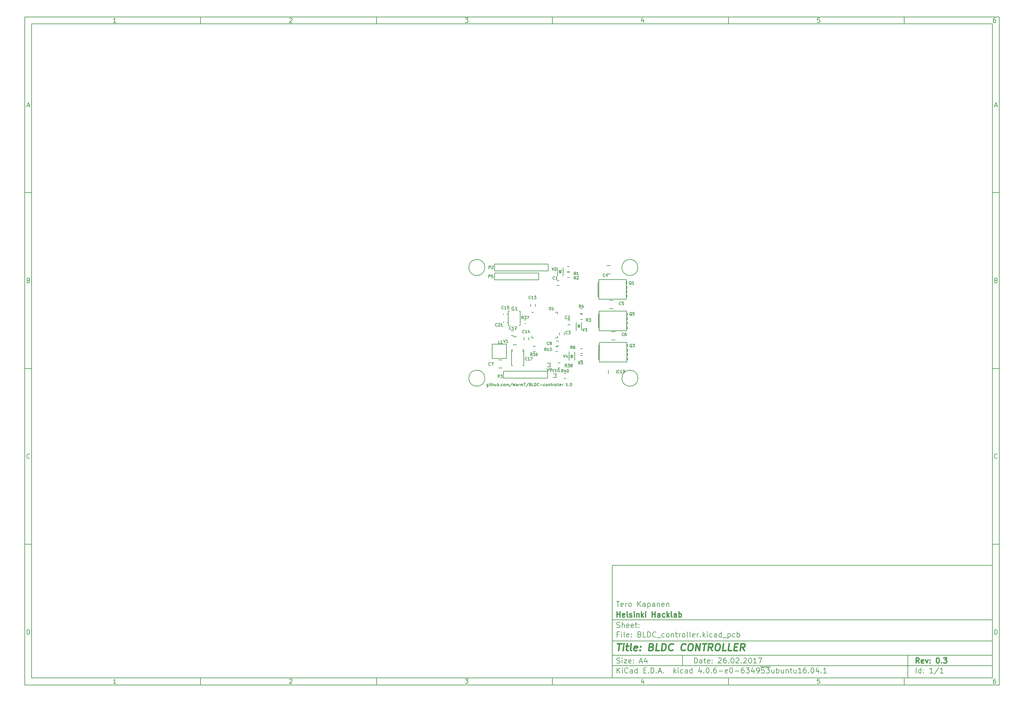
<source format=gbr>
G04 #@! TF.FileFunction,Legend,Top*
%FSLAX46Y46*%
G04 Gerber Fmt 4.6, Leading zero omitted, Abs format (unit mm)*
G04 Created by KiCad (PCBNEW 4.0.6-e0-6349~53~ubuntu16.04.1) date Sun Mar  5 22:35:24 2017*
%MOMM*%
%LPD*%
G01*
G04 APERTURE LIST*
%ADD10C,0.100000*%
%ADD11C,0.150000*%
%ADD12C,0.300000*%
%ADD13C,0.400000*%
G04 APERTURE END LIST*
D10*
D11*
X177002200Y-166007200D02*
X177002200Y-198007200D01*
X285002200Y-198007200D01*
X285002200Y-166007200D01*
X177002200Y-166007200D01*
D10*
D11*
X10000000Y-10000000D02*
X10000000Y-200007200D01*
X287002200Y-200007200D01*
X287002200Y-10000000D01*
X10000000Y-10000000D01*
D10*
D11*
X12000000Y-12000000D02*
X12000000Y-198007200D01*
X285002200Y-198007200D01*
X285002200Y-12000000D01*
X12000000Y-12000000D01*
D10*
D11*
X60000000Y-12000000D02*
X60000000Y-10000000D01*
D10*
D11*
X110000000Y-12000000D02*
X110000000Y-10000000D01*
D10*
D11*
X160000000Y-12000000D02*
X160000000Y-10000000D01*
D10*
D11*
X210000000Y-12000000D02*
X210000000Y-10000000D01*
D10*
D11*
X260000000Y-12000000D02*
X260000000Y-10000000D01*
D10*
D11*
X35990476Y-11588095D02*
X35247619Y-11588095D01*
X35619048Y-11588095D02*
X35619048Y-10288095D01*
X35495238Y-10473810D01*
X35371429Y-10597619D01*
X35247619Y-10659524D01*
D10*
D11*
X85247619Y-10411905D02*
X85309524Y-10350000D01*
X85433333Y-10288095D01*
X85742857Y-10288095D01*
X85866667Y-10350000D01*
X85928571Y-10411905D01*
X85990476Y-10535714D01*
X85990476Y-10659524D01*
X85928571Y-10845238D01*
X85185714Y-11588095D01*
X85990476Y-11588095D01*
D10*
D11*
X135185714Y-10288095D02*
X135990476Y-10288095D01*
X135557143Y-10783333D01*
X135742857Y-10783333D01*
X135866667Y-10845238D01*
X135928571Y-10907143D01*
X135990476Y-11030952D01*
X135990476Y-11340476D01*
X135928571Y-11464286D01*
X135866667Y-11526190D01*
X135742857Y-11588095D01*
X135371429Y-11588095D01*
X135247619Y-11526190D01*
X135185714Y-11464286D01*
D10*
D11*
X185866667Y-10721429D02*
X185866667Y-11588095D01*
X185557143Y-10226190D02*
X185247619Y-11154762D01*
X186052381Y-11154762D01*
D10*
D11*
X235928571Y-10288095D02*
X235309524Y-10288095D01*
X235247619Y-10907143D01*
X235309524Y-10845238D01*
X235433333Y-10783333D01*
X235742857Y-10783333D01*
X235866667Y-10845238D01*
X235928571Y-10907143D01*
X235990476Y-11030952D01*
X235990476Y-11340476D01*
X235928571Y-11464286D01*
X235866667Y-11526190D01*
X235742857Y-11588095D01*
X235433333Y-11588095D01*
X235309524Y-11526190D01*
X235247619Y-11464286D01*
D10*
D11*
X285866667Y-10288095D02*
X285619048Y-10288095D01*
X285495238Y-10350000D01*
X285433333Y-10411905D01*
X285309524Y-10597619D01*
X285247619Y-10845238D01*
X285247619Y-11340476D01*
X285309524Y-11464286D01*
X285371429Y-11526190D01*
X285495238Y-11588095D01*
X285742857Y-11588095D01*
X285866667Y-11526190D01*
X285928571Y-11464286D01*
X285990476Y-11340476D01*
X285990476Y-11030952D01*
X285928571Y-10907143D01*
X285866667Y-10845238D01*
X285742857Y-10783333D01*
X285495238Y-10783333D01*
X285371429Y-10845238D01*
X285309524Y-10907143D01*
X285247619Y-11030952D01*
D10*
D11*
X60000000Y-198007200D02*
X60000000Y-200007200D01*
D10*
D11*
X110000000Y-198007200D02*
X110000000Y-200007200D01*
D10*
D11*
X160000000Y-198007200D02*
X160000000Y-200007200D01*
D10*
D11*
X210000000Y-198007200D02*
X210000000Y-200007200D01*
D10*
D11*
X260000000Y-198007200D02*
X260000000Y-200007200D01*
D10*
D11*
X35990476Y-199595295D02*
X35247619Y-199595295D01*
X35619048Y-199595295D02*
X35619048Y-198295295D01*
X35495238Y-198481010D01*
X35371429Y-198604819D01*
X35247619Y-198666724D01*
D10*
D11*
X85247619Y-198419105D02*
X85309524Y-198357200D01*
X85433333Y-198295295D01*
X85742857Y-198295295D01*
X85866667Y-198357200D01*
X85928571Y-198419105D01*
X85990476Y-198542914D01*
X85990476Y-198666724D01*
X85928571Y-198852438D01*
X85185714Y-199595295D01*
X85990476Y-199595295D01*
D10*
D11*
X135185714Y-198295295D02*
X135990476Y-198295295D01*
X135557143Y-198790533D01*
X135742857Y-198790533D01*
X135866667Y-198852438D01*
X135928571Y-198914343D01*
X135990476Y-199038152D01*
X135990476Y-199347676D01*
X135928571Y-199471486D01*
X135866667Y-199533390D01*
X135742857Y-199595295D01*
X135371429Y-199595295D01*
X135247619Y-199533390D01*
X135185714Y-199471486D01*
D10*
D11*
X185866667Y-198728629D02*
X185866667Y-199595295D01*
X185557143Y-198233390D02*
X185247619Y-199161962D01*
X186052381Y-199161962D01*
D10*
D11*
X235928571Y-198295295D02*
X235309524Y-198295295D01*
X235247619Y-198914343D01*
X235309524Y-198852438D01*
X235433333Y-198790533D01*
X235742857Y-198790533D01*
X235866667Y-198852438D01*
X235928571Y-198914343D01*
X235990476Y-199038152D01*
X235990476Y-199347676D01*
X235928571Y-199471486D01*
X235866667Y-199533390D01*
X235742857Y-199595295D01*
X235433333Y-199595295D01*
X235309524Y-199533390D01*
X235247619Y-199471486D01*
D10*
D11*
X285866667Y-198295295D02*
X285619048Y-198295295D01*
X285495238Y-198357200D01*
X285433333Y-198419105D01*
X285309524Y-198604819D01*
X285247619Y-198852438D01*
X285247619Y-199347676D01*
X285309524Y-199471486D01*
X285371429Y-199533390D01*
X285495238Y-199595295D01*
X285742857Y-199595295D01*
X285866667Y-199533390D01*
X285928571Y-199471486D01*
X285990476Y-199347676D01*
X285990476Y-199038152D01*
X285928571Y-198914343D01*
X285866667Y-198852438D01*
X285742857Y-198790533D01*
X285495238Y-198790533D01*
X285371429Y-198852438D01*
X285309524Y-198914343D01*
X285247619Y-199038152D01*
D10*
D11*
X10000000Y-60000000D02*
X12000000Y-60000000D01*
D10*
D11*
X10000000Y-110000000D02*
X12000000Y-110000000D01*
D10*
D11*
X10000000Y-160000000D02*
X12000000Y-160000000D01*
D10*
D11*
X10690476Y-35216667D02*
X11309524Y-35216667D01*
X10566667Y-35588095D02*
X11000000Y-34288095D01*
X11433333Y-35588095D01*
D10*
D11*
X11092857Y-84907143D02*
X11278571Y-84969048D01*
X11340476Y-85030952D01*
X11402381Y-85154762D01*
X11402381Y-85340476D01*
X11340476Y-85464286D01*
X11278571Y-85526190D01*
X11154762Y-85588095D01*
X10659524Y-85588095D01*
X10659524Y-84288095D01*
X11092857Y-84288095D01*
X11216667Y-84350000D01*
X11278571Y-84411905D01*
X11340476Y-84535714D01*
X11340476Y-84659524D01*
X11278571Y-84783333D01*
X11216667Y-84845238D01*
X11092857Y-84907143D01*
X10659524Y-84907143D01*
D10*
D11*
X11402381Y-135464286D02*
X11340476Y-135526190D01*
X11154762Y-135588095D01*
X11030952Y-135588095D01*
X10845238Y-135526190D01*
X10721429Y-135402381D01*
X10659524Y-135278571D01*
X10597619Y-135030952D01*
X10597619Y-134845238D01*
X10659524Y-134597619D01*
X10721429Y-134473810D01*
X10845238Y-134350000D01*
X11030952Y-134288095D01*
X11154762Y-134288095D01*
X11340476Y-134350000D01*
X11402381Y-134411905D01*
D10*
D11*
X10659524Y-185588095D02*
X10659524Y-184288095D01*
X10969048Y-184288095D01*
X11154762Y-184350000D01*
X11278571Y-184473810D01*
X11340476Y-184597619D01*
X11402381Y-184845238D01*
X11402381Y-185030952D01*
X11340476Y-185278571D01*
X11278571Y-185402381D01*
X11154762Y-185526190D01*
X10969048Y-185588095D01*
X10659524Y-185588095D01*
D10*
D11*
X287002200Y-60000000D02*
X285002200Y-60000000D01*
D10*
D11*
X287002200Y-110000000D02*
X285002200Y-110000000D01*
D10*
D11*
X287002200Y-160000000D02*
X285002200Y-160000000D01*
D10*
D11*
X285692676Y-35216667D02*
X286311724Y-35216667D01*
X285568867Y-35588095D02*
X286002200Y-34288095D01*
X286435533Y-35588095D01*
D10*
D11*
X286095057Y-84907143D02*
X286280771Y-84969048D01*
X286342676Y-85030952D01*
X286404581Y-85154762D01*
X286404581Y-85340476D01*
X286342676Y-85464286D01*
X286280771Y-85526190D01*
X286156962Y-85588095D01*
X285661724Y-85588095D01*
X285661724Y-84288095D01*
X286095057Y-84288095D01*
X286218867Y-84350000D01*
X286280771Y-84411905D01*
X286342676Y-84535714D01*
X286342676Y-84659524D01*
X286280771Y-84783333D01*
X286218867Y-84845238D01*
X286095057Y-84907143D01*
X285661724Y-84907143D01*
D10*
D11*
X286404581Y-135464286D02*
X286342676Y-135526190D01*
X286156962Y-135588095D01*
X286033152Y-135588095D01*
X285847438Y-135526190D01*
X285723629Y-135402381D01*
X285661724Y-135278571D01*
X285599819Y-135030952D01*
X285599819Y-134845238D01*
X285661724Y-134597619D01*
X285723629Y-134473810D01*
X285847438Y-134350000D01*
X286033152Y-134288095D01*
X286156962Y-134288095D01*
X286342676Y-134350000D01*
X286404581Y-134411905D01*
D10*
D11*
X285661724Y-185588095D02*
X285661724Y-184288095D01*
X285971248Y-184288095D01*
X286156962Y-184350000D01*
X286280771Y-184473810D01*
X286342676Y-184597619D01*
X286404581Y-184845238D01*
X286404581Y-185030952D01*
X286342676Y-185278571D01*
X286280771Y-185402381D01*
X286156962Y-185526190D01*
X285971248Y-185588095D01*
X285661724Y-185588095D01*
D10*
D11*
X200359343Y-193785771D02*
X200359343Y-192285771D01*
X200716486Y-192285771D01*
X200930771Y-192357200D01*
X201073629Y-192500057D01*
X201145057Y-192642914D01*
X201216486Y-192928629D01*
X201216486Y-193142914D01*
X201145057Y-193428629D01*
X201073629Y-193571486D01*
X200930771Y-193714343D01*
X200716486Y-193785771D01*
X200359343Y-193785771D01*
X202502200Y-193785771D02*
X202502200Y-193000057D01*
X202430771Y-192857200D01*
X202287914Y-192785771D01*
X202002200Y-192785771D01*
X201859343Y-192857200D01*
X202502200Y-193714343D02*
X202359343Y-193785771D01*
X202002200Y-193785771D01*
X201859343Y-193714343D01*
X201787914Y-193571486D01*
X201787914Y-193428629D01*
X201859343Y-193285771D01*
X202002200Y-193214343D01*
X202359343Y-193214343D01*
X202502200Y-193142914D01*
X203002200Y-192785771D02*
X203573629Y-192785771D01*
X203216486Y-192285771D02*
X203216486Y-193571486D01*
X203287914Y-193714343D01*
X203430772Y-193785771D01*
X203573629Y-193785771D01*
X204645057Y-193714343D02*
X204502200Y-193785771D01*
X204216486Y-193785771D01*
X204073629Y-193714343D01*
X204002200Y-193571486D01*
X204002200Y-193000057D01*
X204073629Y-192857200D01*
X204216486Y-192785771D01*
X204502200Y-192785771D01*
X204645057Y-192857200D01*
X204716486Y-193000057D01*
X204716486Y-193142914D01*
X204002200Y-193285771D01*
X205359343Y-193642914D02*
X205430771Y-193714343D01*
X205359343Y-193785771D01*
X205287914Y-193714343D01*
X205359343Y-193642914D01*
X205359343Y-193785771D01*
X205359343Y-192857200D02*
X205430771Y-192928629D01*
X205359343Y-193000057D01*
X205287914Y-192928629D01*
X205359343Y-192857200D01*
X205359343Y-193000057D01*
X207145057Y-192428629D02*
X207216486Y-192357200D01*
X207359343Y-192285771D01*
X207716486Y-192285771D01*
X207859343Y-192357200D01*
X207930772Y-192428629D01*
X208002200Y-192571486D01*
X208002200Y-192714343D01*
X207930772Y-192928629D01*
X207073629Y-193785771D01*
X208002200Y-193785771D01*
X209287914Y-192285771D02*
X209002200Y-192285771D01*
X208859343Y-192357200D01*
X208787914Y-192428629D01*
X208645057Y-192642914D01*
X208573628Y-192928629D01*
X208573628Y-193500057D01*
X208645057Y-193642914D01*
X208716485Y-193714343D01*
X208859343Y-193785771D01*
X209145057Y-193785771D01*
X209287914Y-193714343D01*
X209359343Y-193642914D01*
X209430771Y-193500057D01*
X209430771Y-193142914D01*
X209359343Y-193000057D01*
X209287914Y-192928629D01*
X209145057Y-192857200D01*
X208859343Y-192857200D01*
X208716485Y-192928629D01*
X208645057Y-193000057D01*
X208573628Y-193142914D01*
X210073628Y-193642914D02*
X210145056Y-193714343D01*
X210073628Y-193785771D01*
X210002199Y-193714343D01*
X210073628Y-193642914D01*
X210073628Y-193785771D01*
X211073628Y-192285771D02*
X211216485Y-192285771D01*
X211359342Y-192357200D01*
X211430771Y-192428629D01*
X211502200Y-192571486D01*
X211573628Y-192857200D01*
X211573628Y-193214343D01*
X211502200Y-193500057D01*
X211430771Y-193642914D01*
X211359342Y-193714343D01*
X211216485Y-193785771D01*
X211073628Y-193785771D01*
X210930771Y-193714343D01*
X210859342Y-193642914D01*
X210787914Y-193500057D01*
X210716485Y-193214343D01*
X210716485Y-192857200D01*
X210787914Y-192571486D01*
X210859342Y-192428629D01*
X210930771Y-192357200D01*
X211073628Y-192285771D01*
X212145056Y-192428629D02*
X212216485Y-192357200D01*
X212359342Y-192285771D01*
X212716485Y-192285771D01*
X212859342Y-192357200D01*
X212930771Y-192428629D01*
X213002199Y-192571486D01*
X213002199Y-192714343D01*
X212930771Y-192928629D01*
X212073628Y-193785771D01*
X213002199Y-193785771D01*
X213645056Y-193642914D02*
X213716484Y-193714343D01*
X213645056Y-193785771D01*
X213573627Y-193714343D01*
X213645056Y-193642914D01*
X213645056Y-193785771D01*
X214287913Y-192428629D02*
X214359342Y-192357200D01*
X214502199Y-192285771D01*
X214859342Y-192285771D01*
X215002199Y-192357200D01*
X215073628Y-192428629D01*
X215145056Y-192571486D01*
X215145056Y-192714343D01*
X215073628Y-192928629D01*
X214216485Y-193785771D01*
X215145056Y-193785771D01*
X216073627Y-192285771D02*
X216216484Y-192285771D01*
X216359341Y-192357200D01*
X216430770Y-192428629D01*
X216502199Y-192571486D01*
X216573627Y-192857200D01*
X216573627Y-193214343D01*
X216502199Y-193500057D01*
X216430770Y-193642914D01*
X216359341Y-193714343D01*
X216216484Y-193785771D01*
X216073627Y-193785771D01*
X215930770Y-193714343D01*
X215859341Y-193642914D01*
X215787913Y-193500057D01*
X215716484Y-193214343D01*
X215716484Y-192857200D01*
X215787913Y-192571486D01*
X215859341Y-192428629D01*
X215930770Y-192357200D01*
X216073627Y-192285771D01*
X218002198Y-193785771D02*
X217145055Y-193785771D01*
X217573627Y-193785771D02*
X217573627Y-192285771D01*
X217430770Y-192500057D01*
X217287912Y-192642914D01*
X217145055Y-192714343D01*
X218502198Y-192285771D02*
X219502198Y-192285771D01*
X218859341Y-193785771D01*
D10*
D11*
X177002200Y-194507200D02*
X285002200Y-194507200D01*
D10*
D11*
X178359343Y-196585771D02*
X178359343Y-195085771D01*
X179216486Y-196585771D02*
X178573629Y-195728629D01*
X179216486Y-195085771D02*
X178359343Y-195942914D01*
X179859343Y-196585771D02*
X179859343Y-195585771D01*
X179859343Y-195085771D02*
X179787914Y-195157200D01*
X179859343Y-195228629D01*
X179930771Y-195157200D01*
X179859343Y-195085771D01*
X179859343Y-195228629D01*
X181430772Y-196442914D02*
X181359343Y-196514343D01*
X181145057Y-196585771D01*
X181002200Y-196585771D01*
X180787915Y-196514343D01*
X180645057Y-196371486D01*
X180573629Y-196228629D01*
X180502200Y-195942914D01*
X180502200Y-195728629D01*
X180573629Y-195442914D01*
X180645057Y-195300057D01*
X180787915Y-195157200D01*
X181002200Y-195085771D01*
X181145057Y-195085771D01*
X181359343Y-195157200D01*
X181430772Y-195228629D01*
X182716486Y-196585771D02*
X182716486Y-195800057D01*
X182645057Y-195657200D01*
X182502200Y-195585771D01*
X182216486Y-195585771D01*
X182073629Y-195657200D01*
X182716486Y-196514343D02*
X182573629Y-196585771D01*
X182216486Y-196585771D01*
X182073629Y-196514343D01*
X182002200Y-196371486D01*
X182002200Y-196228629D01*
X182073629Y-196085771D01*
X182216486Y-196014343D01*
X182573629Y-196014343D01*
X182716486Y-195942914D01*
X184073629Y-196585771D02*
X184073629Y-195085771D01*
X184073629Y-196514343D02*
X183930772Y-196585771D01*
X183645058Y-196585771D01*
X183502200Y-196514343D01*
X183430772Y-196442914D01*
X183359343Y-196300057D01*
X183359343Y-195871486D01*
X183430772Y-195728629D01*
X183502200Y-195657200D01*
X183645058Y-195585771D01*
X183930772Y-195585771D01*
X184073629Y-195657200D01*
X185930772Y-195800057D02*
X186430772Y-195800057D01*
X186645058Y-196585771D02*
X185930772Y-196585771D01*
X185930772Y-195085771D01*
X186645058Y-195085771D01*
X187287915Y-196442914D02*
X187359343Y-196514343D01*
X187287915Y-196585771D01*
X187216486Y-196514343D01*
X187287915Y-196442914D01*
X187287915Y-196585771D01*
X188002201Y-196585771D02*
X188002201Y-195085771D01*
X188359344Y-195085771D01*
X188573629Y-195157200D01*
X188716487Y-195300057D01*
X188787915Y-195442914D01*
X188859344Y-195728629D01*
X188859344Y-195942914D01*
X188787915Y-196228629D01*
X188716487Y-196371486D01*
X188573629Y-196514343D01*
X188359344Y-196585771D01*
X188002201Y-196585771D01*
X189502201Y-196442914D02*
X189573629Y-196514343D01*
X189502201Y-196585771D01*
X189430772Y-196514343D01*
X189502201Y-196442914D01*
X189502201Y-196585771D01*
X190145058Y-196157200D02*
X190859344Y-196157200D01*
X190002201Y-196585771D02*
X190502201Y-195085771D01*
X191002201Y-196585771D01*
X191502201Y-196442914D02*
X191573629Y-196514343D01*
X191502201Y-196585771D01*
X191430772Y-196514343D01*
X191502201Y-196442914D01*
X191502201Y-196585771D01*
X194502201Y-196585771D02*
X194502201Y-195085771D01*
X194645058Y-196014343D02*
X195073629Y-196585771D01*
X195073629Y-195585771D02*
X194502201Y-196157200D01*
X195716487Y-196585771D02*
X195716487Y-195585771D01*
X195716487Y-195085771D02*
X195645058Y-195157200D01*
X195716487Y-195228629D01*
X195787915Y-195157200D01*
X195716487Y-195085771D01*
X195716487Y-195228629D01*
X197073630Y-196514343D02*
X196930773Y-196585771D01*
X196645059Y-196585771D01*
X196502201Y-196514343D01*
X196430773Y-196442914D01*
X196359344Y-196300057D01*
X196359344Y-195871486D01*
X196430773Y-195728629D01*
X196502201Y-195657200D01*
X196645059Y-195585771D01*
X196930773Y-195585771D01*
X197073630Y-195657200D01*
X198359344Y-196585771D02*
X198359344Y-195800057D01*
X198287915Y-195657200D01*
X198145058Y-195585771D01*
X197859344Y-195585771D01*
X197716487Y-195657200D01*
X198359344Y-196514343D02*
X198216487Y-196585771D01*
X197859344Y-196585771D01*
X197716487Y-196514343D01*
X197645058Y-196371486D01*
X197645058Y-196228629D01*
X197716487Y-196085771D01*
X197859344Y-196014343D01*
X198216487Y-196014343D01*
X198359344Y-195942914D01*
X199716487Y-196585771D02*
X199716487Y-195085771D01*
X199716487Y-196514343D02*
X199573630Y-196585771D01*
X199287916Y-196585771D01*
X199145058Y-196514343D01*
X199073630Y-196442914D01*
X199002201Y-196300057D01*
X199002201Y-195871486D01*
X199073630Y-195728629D01*
X199145058Y-195657200D01*
X199287916Y-195585771D01*
X199573630Y-195585771D01*
X199716487Y-195657200D01*
X202216487Y-195585771D02*
X202216487Y-196585771D01*
X201859344Y-195014343D02*
X201502201Y-196085771D01*
X202430773Y-196085771D01*
X203002201Y-196442914D02*
X203073629Y-196514343D01*
X203002201Y-196585771D01*
X202930772Y-196514343D01*
X203002201Y-196442914D01*
X203002201Y-196585771D01*
X204002201Y-195085771D02*
X204145058Y-195085771D01*
X204287915Y-195157200D01*
X204359344Y-195228629D01*
X204430773Y-195371486D01*
X204502201Y-195657200D01*
X204502201Y-196014343D01*
X204430773Y-196300057D01*
X204359344Y-196442914D01*
X204287915Y-196514343D01*
X204145058Y-196585771D01*
X204002201Y-196585771D01*
X203859344Y-196514343D01*
X203787915Y-196442914D01*
X203716487Y-196300057D01*
X203645058Y-196014343D01*
X203645058Y-195657200D01*
X203716487Y-195371486D01*
X203787915Y-195228629D01*
X203859344Y-195157200D01*
X204002201Y-195085771D01*
X205145058Y-196442914D02*
X205216486Y-196514343D01*
X205145058Y-196585771D01*
X205073629Y-196514343D01*
X205145058Y-196442914D01*
X205145058Y-196585771D01*
X206502201Y-195085771D02*
X206216487Y-195085771D01*
X206073630Y-195157200D01*
X206002201Y-195228629D01*
X205859344Y-195442914D01*
X205787915Y-195728629D01*
X205787915Y-196300057D01*
X205859344Y-196442914D01*
X205930772Y-196514343D01*
X206073630Y-196585771D01*
X206359344Y-196585771D01*
X206502201Y-196514343D01*
X206573630Y-196442914D01*
X206645058Y-196300057D01*
X206645058Y-195942914D01*
X206573630Y-195800057D01*
X206502201Y-195728629D01*
X206359344Y-195657200D01*
X206073630Y-195657200D01*
X205930772Y-195728629D01*
X205859344Y-195800057D01*
X205787915Y-195942914D01*
X207287915Y-196014343D02*
X208430772Y-196014343D01*
X209716486Y-196514343D02*
X209573629Y-196585771D01*
X209287915Y-196585771D01*
X209145058Y-196514343D01*
X209073629Y-196371486D01*
X209073629Y-195800057D01*
X209145058Y-195657200D01*
X209287915Y-195585771D01*
X209573629Y-195585771D01*
X209716486Y-195657200D01*
X209787915Y-195800057D01*
X209787915Y-195942914D01*
X209073629Y-196085771D01*
X210716486Y-195085771D02*
X210859343Y-195085771D01*
X211002200Y-195157200D01*
X211073629Y-195228629D01*
X211145058Y-195371486D01*
X211216486Y-195657200D01*
X211216486Y-196014343D01*
X211145058Y-196300057D01*
X211073629Y-196442914D01*
X211002200Y-196514343D01*
X210859343Y-196585771D01*
X210716486Y-196585771D01*
X210573629Y-196514343D01*
X210502200Y-196442914D01*
X210430772Y-196300057D01*
X210359343Y-196014343D01*
X210359343Y-195657200D01*
X210430772Y-195371486D01*
X210502200Y-195228629D01*
X210573629Y-195157200D01*
X210716486Y-195085771D01*
X211859343Y-196014343D02*
X213002200Y-196014343D01*
X214359343Y-195085771D02*
X214073629Y-195085771D01*
X213930772Y-195157200D01*
X213859343Y-195228629D01*
X213716486Y-195442914D01*
X213645057Y-195728629D01*
X213645057Y-196300057D01*
X213716486Y-196442914D01*
X213787914Y-196514343D01*
X213930772Y-196585771D01*
X214216486Y-196585771D01*
X214359343Y-196514343D01*
X214430772Y-196442914D01*
X214502200Y-196300057D01*
X214502200Y-195942914D01*
X214430772Y-195800057D01*
X214359343Y-195728629D01*
X214216486Y-195657200D01*
X213930772Y-195657200D01*
X213787914Y-195728629D01*
X213716486Y-195800057D01*
X213645057Y-195942914D01*
X215002200Y-195085771D02*
X215930771Y-195085771D01*
X215430771Y-195657200D01*
X215645057Y-195657200D01*
X215787914Y-195728629D01*
X215859343Y-195800057D01*
X215930771Y-195942914D01*
X215930771Y-196300057D01*
X215859343Y-196442914D01*
X215787914Y-196514343D01*
X215645057Y-196585771D01*
X215216485Y-196585771D01*
X215073628Y-196514343D01*
X215002200Y-196442914D01*
X217216485Y-195585771D02*
X217216485Y-196585771D01*
X216859342Y-195014343D02*
X216502199Y-196085771D01*
X217430771Y-196085771D01*
X218073627Y-196585771D02*
X218359342Y-196585771D01*
X218502199Y-196514343D01*
X218573627Y-196442914D01*
X218716485Y-196228629D01*
X218787913Y-195942914D01*
X218787913Y-195371486D01*
X218716485Y-195228629D01*
X218645056Y-195157200D01*
X218502199Y-195085771D01*
X218216485Y-195085771D01*
X218073627Y-195157200D01*
X218002199Y-195228629D01*
X217930770Y-195371486D01*
X217930770Y-195728629D01*
X218002199Y-195871486D01*
X218073627Y-195942914D01*
X218216485Y-196014343D01*
X218502199Y-196014343D01*
X218645056Y-195942914D01*
X218716485Y-195871486D01*
X218787913Y-195728629D01*
X220145056Y-195085771D02*
X219430770Y-195085771D01*
X219359341Y-195800057D01*
X219430770Y-195728629D01*
X219573627Y-195657200D01*
X219930770Y-195657200D01*
X220073627Y-195728629D01*
X220145056Y-195800057D01*
X220216484Y-195942914D01*
X220216484Y-196300057D01*
X220145056Y-196442914D01*
X220073627Y-196514343D01*
X219930770Y-196585771D01*
X219573627Y-196585771D01*
X219430770Y-196514343D01*
X219359341Y-196442914D01*
X220716484Y-195085771D02*
X221645055Y-195085771D01*
X221145055Y-195657200D01*
X221359341Y-195657200D01*
X221502198Y-195728629D01*
X221573627Y-195800057D01*
X221645055Y-195942914D01*
X221645055Y-196300057D01*
X221573627Y-196442914D01*
X221502198Y-196514343D01*
X221359341Y-196585771D01*
X220930769Y-196585771D01*
X220787912Y-196514343D01*
X220716484Y-196442914D01*
X219073627Y-194827200D02*
X221930769Y-194827200D01*
X222930769Y-195585771D02*
X222930769Y-196585771D01*
X222287912Y-195585771D02*
X222287912Y-196371486D01*
X222359340Y-196514343D01*
X222502198Y-196585771D01*
X222716483Y-196585771D01*
X222859340Y-196514343D01*
X222930769Y-196442914D01*
X223645055Y-196585771D02*
X223645055Y-195085771D01*
X223645055Y-195657200D02*
X223787912Y-195585771D01*
X224073626Y-195585771D01*
X224216483Y-195657200D01*
X224287912Y-195728629D01*
X224359341Y-195871486D01*
X224359341Y-196300057D01*
X224287912Y-196442914D01*
X224216483Y-196514343D01*
X224073626Y-196585771D01*
X223787912Y-196585771D01*
X223645055Y-196514343D01*
X225645055Y-195585771D02*
X225645055Y-196585771D01*
X225002198Y-195585771D02*
X225002198Y-196371486D01*
X225073626Y-196514343D01*
X225216484Y-196585771D01*
X225430769Y-196585771D01*
X225573626Y-196514343D01*
X225645055Y-196442914D01*
X226359341Y-195585771D02*
X226359341Y-196585771D01*
X226359341Y-195728629D02*
X226430769Y-195657200D01*
X226573627Y-195585771D01*
X226787912Y-195585771D01*
X226930769Y-195657200D01*
X227002198Y-195800057D01*
X227002198Y-196585771D01*
X227502198Y-195585771D02*
X228073627Y-195585771D01*
X227716484Y-195085771D02*
X227716484Y-196371486D01*
X227787912Y-196514343D01*
X227930770Y-196585771D01*
X228073627Y-196585771D01*
X229216484Y-195585771D02*
X229216484Y-196585771D01*
X228573627Y-195585771D02*
X228573627Y-196371486D01*
X228645055Y-196514343D01*
X228787913Y-196585771D01*
X229002198Y-196585771D01*
X229145055Y-196514343D01*
X229216484Y-196442914D01*
X230716484Y-196585771D02*
X229859341Y-196585771D01*
X230287913Y-196585771D02*
X230287913Y-195085771D01*
X230145056Y-195300057D01*
X230002198Y-195442914D01*
X229859341Y-195514343D01*
X232002198Y-195085771D02*
X231716484Y-195085771D01*
X231573627Y-195157200D01*
X231502198Y-195228629D01*
X231359341Y-195442914D01*
X231287912Y-195728629D01*
X231287912Y-196300057D01*
X231359341Y-196442914D01*
X231430769Y-196514343D01*
X231573627Y-196585771D01*
X231859341Y-196585771D01*
X232002198Y-196514343D01*
X232073627Y-196442914D01*
X232145055Y-196300057D01*
X232145055Y-195942914D01*
X232073627Y-195800057D01*
X232002198Y-195728629D01*
X231859341Y-195657200D01*
X231573627Y-195657200D01*
X231430769Y-195728629D01*
X231359341Y-195800057D01*
X231287912Y-195942914D01*
X232787912Y-196442914D02*
X232859340Y-196514343D01*
X232787912Y-196585771D01*
X232716483Y-196514343D01*
X232787912Y-196442914D01*
X232787912Y-196585771D01*
X233787912Y-195085771D02*
X233930769Y-195085771D01*
X234073626Y-195157200D01*
X234145055Y-195228629D01*
X234216484Y-195371486D01*
X234287912Y-195657200D01*
X234287912Y-196014343D01*
X234216484Y-196300057D01*
X234145055Y-196442914D01*
X234073626Y-196514343D01*
X233930769Y-196585771D01*
X233787912Y-196585771D01*
X233645055Y-196514343D01*
X233573626Y-196442914D01*
X233502198Y-196300057D01*
X233430769Y-196014343D01*
X233430769Y-195657200D01*
X233502198Y-195371486D01*
X233573626Y-195228629D01*
X233645055Y-195157200D01*
X233787912Y-195085771D01*
X235573626Y-195585771D02*
X235573626Y-196585771D01*
X235216483Y-195014343D02*
X234859340Y-196085771D01*
X235787912Y-196085771D01*
X236359340Y-196442914D02*
X236430768Y-196514343D01*
X236359340Y-196585771D01*
X236287911Y-196514343D01*
X236359340Y-196442914D01*
X236359340Y-196585771D01*
X237859340Y-196585771D02*
X237002197Y-196585771D01*
X237430769Y-196585771D02*
X237430769Y-195085771D01*
X237287912Y-195300057D01*
X237145054Y-195442914D01*
X237002197Y-195514343D01*
D10*
D11*
X177002200Y-191507200D02*
X285002200Y-191507200D01*
D10*
D12*
X264216486Y-193785771D02*
X263716486Y-193071486D01*
X263359343Y-193785771D02*
X263359343Y-192285771D01*
X263930771Y-192285771D01*
X264073629Y-192357200D01*
X264145057Y-192428629D01*
X264216486Y-192571486D01*
X264216486Y-192785771D01*
X264145057Y-192928629D01*
X264073629Y-193000057D01*
X263930771Y-193071486D01*
X263359343Y-193071486D01*
X265430771Y-193714343D02*
X265287914Y-193785771D01*
X265002200Y-193785771D01*
X264859343Y-193714343D01*
X264787914Y-193571486D01*
X264787914Y-193000057D01*
X264859343Y-192857200D01*
X265002200Y-192785771D01*
X265287914Y-192785771D01*
X265430771Y-192857200D01*
X265502200Y-193000057D01*
X265502200Y-193142914D01*
X264787914Y-193285771D01*
X266002200Y-192785771D02*
X266359343Y-193785771D01*
X266716485Y-192785771D01*
X267287914Y-193642914D02*
X267359342Y-193714343D01*
X267287914Y-193785771D01*
X267216485Y-193714343D01*
X267287914Y-193642914D01*
X267287914Y-193785771D01*
X267287914Y-192857200D02*
X267359342Y-192928629D01*
X267287914Y-193000057D01*
X267216485Y-192928629D01*
X267287914Y-192857200D01*
X267287914Y-193000057D01*
X269430771Y-192285771D02*
X269573628Y-192285771D01*
X269716485Y-192357200D01*
X269787914Y-192428629D01*
X269859343Y-192571486D01*
X269930771Y-192857200D01*
X269930771Y-193214343D01*
X269859343Y-193500057D01*
X269787914Y-193642914D01*
X269716485Y-193714343D01*
X269573628Y-193785771D01*
X269430771Y-193785771D01*
X269287914Y-193714343D01*
X269216485Y-193642914D01*
X269145057Y-193500057D01*
X269073628Y-193214343D01*
X269073628Y-192857200D01*
X269145057Y-192571486D01*
X269216485Y-192428629D01*
X269287914Y-192357200D01*
X269430771Y-192285771D01*
X270573628Y-193642914D02*
X270645056Y-193714343D01*
X270573628Y-193785771D01*
X270502199Y-193714343D01*
X270573628Y-193642914D01*
X270573628Y-193785771D01*
X271145057Y-192285771D02*
X272073628Y-192285771D01*
X271573628Y-192857200D01*
X271787914Y-192857200D01*
X271930771Y-192928629D01*
X272002200Y-193000057D01*
X272073628Y-193142914D01*
X272073628Y-193500057D01*
X272002200Y-193642914D01*
X271930771Y-193714343D01*
X271787914Y-193785771D01*
X271359342Y-193785771D01*
X271216485Y-193714343D01*
X271145057Y-193642914D01*
D10*
D11*
X178287914Y-193714343D02*
X178502200Y-193785771D01*
X178859343Y-193785771D01*
X179002200Y-193714343D01*
X179073629Y-193642914D01*
X179145057Y-193500057D01*
X179145057Y-193357200D01*
X179073629Y-193214343D01*
X179002200Y-193142914D01*
X178859343Y-193071486D01*
X178573629Y-193000057D01*
X178430771Y-192928629D01*
X178359343Y-192857200D01*
X178287914Y-192714343D01*
X178287914Y-192571486D01*
X178359343Y-192428629D01*
X178430771Y-192357200D01*
X178573629Y-192285771D01*
X178930771Y-192285771D01*
X179145057Y-192357200D01*
X179787914Y-193785771D02*
X179787914Y-192785771D01*
X179787914Y-192285771D02*
X179716485Y-192357200D01*
X179787914Y-192428629D01*
X179859342Y-192357200D01*
X179787914Y-192285771D01*
X179787914Y-192428629D01*
X180359343Y-192785771D02*
X181145057Y-192785771D01*
X180359343Y-193785771D01*
X181145057Y-193785771D01*
X182287914Y-193714343D02*
X182145057Y-193785771D01*
X181859343Y-193785771D01*
X181716486Y-193714343D01*
X181645057Y-193571486D01*
X181645057Y-193000057D01*
X181716486Y-192857200D01*
X181859343Y-192785771D01*
X182145057Y-192785771D01*
X182287914Y-192857200D01*
X182359343Y-193000057D01*
X182359343Y-193142914D01*
X181645057Y-193285771D01*
X183002200Y-193642914D02*
X183073628Y-193714343D01*
X183002200Y-193785771D01*
X182930771Y-193714343D01*
X183002200Y-193642914D01*
X183002200Y-193785771D01*
X183002200Y-192857200D02*
X183073628Y-192928629D01*
X183002200Y-193000057D01*
X182930771Y-192928629D01*
X183002200Y-192857200D01*
X183002200Y-193000057D01*
X184787914Y-193357200D02*
X185502200Y-193357200D01*
X184645057Y-193785771D02*
X185145057Y-192285771D01*
X185645057Y-193785771D01*
X186787914Y-192785771D02*
X186787914Y-193785771D01*
X186430771Y-192214343D02*
X186073628Y-193285771D01*
X187002200Y-193285771D01*
D10*
D11*
X263359343Y-196585771D02*
X263359343Y-195085771D01*
X264716486Y-196585771D02*
X264716486Y-195085771D01*
X264716486Y-196514343D02*
X264573629Y-196585771D01*
X264287915Y-196585771D01*
X264145057Y-196514343D01*
X264073629Y-196442914D01*
X264002200Y-196300057D01*
X264002200Y-195871486D01*
X264073629Y-195728629D01*
X264145057Y-195657200D01*
X264287915Y-195585771D01*
X264573629Y-195585771D01*
X264716486Y-195657200D01*
X265430772Y-196442914D02*
X265502200Y-196514343D01*
X265430772Y-196585771D01*
X265359343Y-196514343D01*
X265430772Y-196442914D01*
X265430772Y-196585771D01*
X265430772Y-195657200D02*
X265502200Y-195728629D01*
X265430772Y-195800057D01*
X265359343Y-195728629D01*
X265430772Y-195657200D01*
X265430772Y-195800057D01*
X268073629Y-196585771D02*
X267216486Y-196585771D01*
X267645058Y-196585771D02*
X267645058Y-195085771D01*
X267502201Y-195300057D01*
X267359343Y-195442914D01*
X267216486Y-195514343D01*
X269787914Y-195014343D02*
X268502200Y-196942914D01*
X271073629Y-196585771D02*
X270216486Y-196585771D01*
X270645058Y-196585771D02*
X270645058Y-195085771D01*
X270502201Y-195300057D01*
X270359343Y-195442914D01*
X270216486Y-195514343D01*
D10*
D11*
X177002200Y-187507200D02*
X285002200Y-187507200D01*
D10*
D13*
X178454581Y-188211962D02*
X179597438Y-188211962D01*
X178776010Y-190211962D02*
X179026010Y-188211962D01*
X180014105Y-190211962D02*
X180180771Y-188878629D01*
X180264105Y-188211962D02*
X180156962Y-188307200D01*
X180240295Y-188402438D01*
X180347439Y-188307200D01*
X180264105Y-188211962D01*
X180240295Y-188402438D01*
X180847438Y-188878629D02*
X181609343Y-188878629D01*
X181216486Y-188211962D02*
X181002200Y-189926248D01*
X181073630Y-190116724D01*
X181252201Y-190211962D01*
X181442677Y-190211962D01*
X182395058Y-190211962D02*
X182216487Y-190116724D01*
X182145057Y-189926248D01*
X182359343Y-188211962D01*
X183930772Y-190116724D02*
X183728391Y-190211962D01*
X183347439Y-190211962D01*
X183168867Y-190116724D01*
X183097438Y-189926248D01*
X183192676Y-189164343D01*
X183311724Y-188973867D01*
X183514105Y-188878629D01*
X183895057Y-188878629D01*
X184073629Y-188973867D01*
X184145057Y-189164343D01*
X184121248Y-189354819D01*
X183145057Y-189545295D01*
X184895057Y-190021486D02*
X184978392Y-190116724D01*
X184871248Y-190211962D01*
X184787915Y-190116724D01*
X184895057Y-190021486D01*
X184871248Y-190211962D01*
X185026010Y-188973867D02*
X185109344Y-189069105D01*
X185002200Y-189164343D01*
X184918867Y-189069105D01*
X185026010Y-188973867D01*
X185002200Y-189164343D01*
X188145058Y-189164343D02*
X188418867Y-189259581D01*
X188502202Y-189354819D01*
X188573630Y-189545295D01*
X188537916Y-189831010D01*
X188418868Y-190021486D01*
X188311725Y-190116724D01*
X188109344Y-190211962D01*
X187347439Y-190211962D01*
X187597439Y-188211962D01*
X188264106Y-188211962D01*
X188442677Y-188307200D01*
X188526010Y-188402438D01*
X188597440Y-188592914D01*
X188573630Y-188783390D01*
X188454582Y-188973867D01*
X188347439Y-189069105D01*
X188145058Y-189164343D01*
X187478391Y-189164343D01*
X190299820Y-190211962D02*
X189347439Y-190211962D01*
X189597439Y-188211962D01*
X190966487Y-190211962D02*
X191216487Y-188211962D01*
X191692678Y-188211962D01*
X191966487Y-188307200D01*
X192133154Y-188497676D01*
X192204583Y-188688152D01*
X192252202Y-189069105D01*
X192216488Y-189354819D01*
X192073631Y-189735771D01*
X191954582Y-189926248D01*
X191740297Y-190116724D01*
X191442678Y-190211962D01*
X190966487Y-190211962D01*
X194133154Y-190021486D02*
X194026012Y-190116724D01*
X193728392Y-190211962D01*
X193537916Y-190211962D01*
X193264107Y-190116724D01*
X193097440Y-189926248D01*
X193026011Y-189735771D01*
X192978392Y-189354819D01*
X193014106Y-189069105D01*
X193156963Y-188688152D01*
X193276012Y-188497676D01*
X193490297Y-188307200D01*
X193787916Y-188211962D01*
X193978392Y-188211962D01*
X194252202Y-188307200D01*
X194335535Y-188402438D01*
X197656964Y-190021486D02*
X197549822Y-190116724D01*
X197252202Y-190211962D01*
X197061726Y-190211962D01*
X196787917Y-190116724D01*
X196621250Y-189926248D01*
X196549821Y-189735771D01*
X196502202Y-189354819D01*
X196537916Y-189069105D01*
X196680773Y-188688152D01*
X196799822Y-188497676D01*
X197014107Y-188307200D01*
X197311726Y-188211962D01*
X197502202Y-188211962D01*
X197776012Y-188307200D01*
X197859345Y-188402438D01*
X199121250Y-188211962D02*
X199502202Y-188211962D01*
X199680773Y-188307200D01*
X199847441Y-188497676D01*
X199895059Y-188878629D01*
X199811726Y-189545295D01*
X199668869Y-189926248D01*
X199454583Y-190116724D01*
X199252202Y-190211962D01*
X198871250Y-190211962D01*
X198692679Y-190116724D01*
X198526011Y-189926248D01*
X198478392Y-189545295D01*
X198561725Y-188878629D01*
X198704583Y-188497676D01*
X198918869Y-188307200D01*
X199121250Y-188211962D01*
X200585535Y-190211962D02*
X200835535Y-188211962D01*
X201728393Y-190211962D01*
X201978393Y-188211962D01*
X202645059Y-188211962D02*
X203787916Y-188211962D01*
X202966488Y-190211962D02*
X203216488Y-188211962D01*
X205347441Y-190211962D02*
X204799821Y-189259581D01*
X204204583Y-190211962D02*
X204454583Y-188211962D01*
X205216488Y-188211962D01*
X205395059Y-188307200D01*
X205478393Y-188402438D01*
X205549822Y-188592914D01*
X205514107Y-188878629D01*
X205395060Y-189069105D01*
X205287916Y-189164343D01*
X205085535Y-189259581D01*
X204323630Y-189259581D01*
X206835536Y-188211962D02*
X207216488Y-188211962D01*
X207395059Y-188307200D01*
X207561727Y-188497676D01*
X207609345Y-188878629D01*
X207526012Y-189545295D01*
X207383155Y-189926248D01*
X207168869Y-190116724D01*
X206966488Y-190211962D01*
X206585536Y-190211962D01*
X206406965Y-190116724D01*
X206240297Y-189926248D01*
X206192678Y-189545295D01*
X206276011Y-188878629D01*
X206418869Y-188497676D01*
X206633155Y-188307200D01*
X206835536Y-188211962D01*
X209252202Y-190211962D02*
X208299821Y-190211962D01*
X208549821Y-188211962D01*
X210871250Y-190211962D02*
X209918869Y-190211962D01*
X210168869Y-188211962D01*
X211668869Y-189164343D02*
X212335536Y-189164343D01*
X212490298Y-190211962D02*
X211537917Y-190211962D01*
X211787917Y-188211962D01*
X212740298Y-188211962D01*
X214490299Y-190211962D02*
X213942679Y-189259581D01*
X213347441Y-190211962D02*
X213597441Y-188211962D01*
X214359346Y-188211962D01*
X214537917Y-188307200D01*
X214621251Y-188402438D01*
X214692680Y-188592914D01*
X214656965Y-188878629D01*
X214537918Y-189069105D01*
X214430774Y-189164343D01*
X214228393Y-189259581D01*
X213466488Y-189259581D01*
D10*
D11*
X178859343Y-185600057D02*
X178359343Y-185600057D01*
X178359343Y-186385771D02*
X178359343Y-184885771D01*
X179073629Y-184885771D01*
X179645057Y-186385771D02*
X179645057Y-185385771D01*
X179645057Y-184885771D02*
X179573628Y-184957200D01*
X179645057Y-185028629D01*
X179716485Y-184957200D01*
X179645057Y-184885771D01*
X179645057Y-185028629D01*
X180573629Y-186385771D02*
X180430771Y-186314343D01*
X180359343Y-186171486D01*
X180359343Y-184885771D01*
X181716485Y-186314343D02*
X181573628Y-186385771D01*
X181287914Y-186385771D01*
X181145057Y-186314343D01*
X181073628Y-186171486D01*
X181073628Y-185600057D01*
X181145057Y-185457200D01*
X181287914Y-185385771D01*
X181573628Y-185385771D01*
X181716485Y-185457200D01*
X181787914Y-185600057D01*
X181787914Y-185742914D01*
X181073628Y-185885771D01*
X182430771Y-186242914D02*
X182502199Y-186314343D01*
X182430771Y-186385771D01*
X182359342Y-186314343D01*
X182430771Y-186242914D01*
X182430771Y-186385771D01*
X182430771Y-185457200D02*
X182502199Y-185528629D01*
X182430771Y-185600057D01*
X182359342Y-185528629D01*
X182430771Y-185457200D01*
X182430771Y-185600057D01*
X184787914Y-185600057D02*
X185002200Y-185671486D01*
X185073628Y-185742914D01*
X185145057Y-185885771D01*
X185145057Y-186100057D01*
X185073628Y-186242914D01*
X185002200Y-186314343D01*
X184859342Y-186385771D01*
X184287914Y-186385771D01*
X184287914Y-184885771D01*
X184787914Y-184885771D01*
X184930771Y-184957200D01*
X185002200Y-185028629D01*
X185073628Y-185171486D01*
X185073628Y-185314343D01*
X185002200Y-185457200D01*
X184930771Y-185528629D01*
X184787914Y-185600057D01*
X184287914Y-185600057D01*
X186502200Y-186385771D02*
X185787914Y-186385771D01*
X185787914Y-184885771D01*
X187002200Y-186385771D02*
X187002200Y-184885771D01*
X187359343Y-184885771D01*
X187573628Y-184957200D01*
X187716486Y-185100057D01*
X187787914Y-185242914D01*
X187859343Y-185528629D01*
X187859343Y-185742914D01*
X187787914Y-186028629D01*
X187716486Y-186171486D01*
X187573628Y-186314343D01*
X187359343Y-186385771D01*
X187002200Y-186385771D01*
X189359343Y-186242914D02*
X189287914Y-186314343D01*
X189073628Y-186385771D01*
X188930771Y-186385771D01*
X188716486Y-186314343D01*
X188573628Y-186171486D01*
X188502200Y-186028629D01*
X188430771Y-185742914D01*
X188430771Y-185528629D01*
X188502200Y-185242914D01*
X188573628Y-185100057D01*
X188716486Y-184957200D01*
X188930771Y-184885771D01*
X189073628Y-184885771D01*
X189287914Y-184957200D01*
X189359343Y-185028629D01*
X189645057Y-186528629D02*
X190787914Y-186528629D01*
X191787914Y-186314343D02*
X191645057Y-186385771D01*
X191359343Y-186385771D01*
X191216485Y-186314343D01*
X191145057Y-186242914D01*
X191073628Y-186100057D01*
X191073628Y-185671486D01*
X191145057Y-185528629D01*
X191216485Y-185457200D01*
X191359343Y-185385771D01*
X191645057Y-185385771D01*
X191787914Y-185457200D01*
X192645057Y-186385771D02*
X192502199Y-186314343D01*
X192430771Y-186242914D01*
X192359342Y-186100057D01*
X192359342Y-185671486D01*
X192430771Y-185528629D01*
X192502199Y-185457200D01*
X192645057Y-185385771D01*
X192859342Y-185385771D01*
X193002199Y-185457200D01*
X193073628Y-185528629D01*
X193145057Y-185671486D01*
X193145057Y-186100057D01*
X193073628Y-186242914D01*
X193002199Y-186314343D01*
X192859342Y-186385771D01*
X192645057Y-186385771D01*
X193787914Y-185385771D02*
X193787914Y-186385771D01*
X193787914Y-185528629D02*
X193859342Y-185457200D01*
X194002200Y-185385771D01*
X194216485Y-185385771D01*
X194359342Y-185457200D01*
X194430771Y-185600057D01*
X194430771Y-186385771D01*
X194930771Y-185385771D02*
X195502200Y-185385771D01*
X195145057Y-184885771D02*
X195145057Y-186171486D01*
X195216485Y-186314343D01*
X195359343Y-186385771D01*
X195502200Y-186385771D01*
X196002200Y-186385771D02*
X196002200Y-185385771D01*
X196002200Y-185671486D02*
X196073628Y-185528629D01*
X196145057Y-185457200D01*
X196287914Y-185385771D01*
X196430771Y-185385771D01*
X197145057Y-186385771D02*
X197002199Y-186314343D01*
X196930771Y-186242914D01*
X196859342Y-186100057D01*
X196859342Y-185671486D01*
X196930771Y-185528629D01*
X197002199Y-185457200D01*
X197145057Y-185385771D01*
X197359342Y-185385771D01*
X197502199Y-185457200D01*
X197573628Y-185528629D01*
X197645057Y-185671486D01*
X197645057Y-186100057D01*
X197573628Y-186242914D01*
X197502199Y-186314343D01*
X197359342Y-186385771D01*
X197145057Y-186385771D01*
X198502200Y-186385771D02*
X198359342Y-186314343D01*
X198287914Y-186171486D01*
X198287914Y-184885771D01*
X199287914Y-186385771D02*
X199145056Y-186314343D01*
X199073628Y-186171486D01*
X199073628Y-184885771D01*
X200430770Y-186314343D02*
X200287913Y-186385771D01*
X200002199Y-186385771D01*
X199859342Y-186314343D01*
X199787913Y-186171486D01*
X199787913Y-185600057D01*
X199859342Y-185457200D01*
X200002199Y-185385771D01*
X200287913Y-185385771D01*
X200430770Y-185457200D01*
X200502199Y-185600057D01*
X200502199Y-185742914D01*
X199787913Y-185885771D01*
X201145056Y-186385771D02*
X201145056Y-185385771D01*
X201145056Y-185671486D02*
X201216484Y-185528629D01*
X201287913Y-185457200D01*
X201430770Y-185385771D01*
X201573627Y-185385771D01*
X202073627Y-186242914D02*
X202145055Y-186314343D01*
X202073627Y-186385771D01*
X202002198Y-186314343D01*
X202073627Y-186242914D01*
X202073627Y-186385771D01*
X202787913Y-186385771D02*
X202787913Y-184885771D01*
X202930770Y-185814343D02*
X203359341Y-186385771D01*
X203359341Y-185385771D02*
X202787913Y-185957200D01*
X204002199Y-186385771D02*
X204002199Y-185385771D01*
X204002199Y-184885771D02*
X203930770Y-184957200D01*
X204002199Y-185028629D01*
X204073627Y-184957200D01*
X204002199Y-184885771D01*
X204002199Y-185028629D01*
X205359342Y-186314343D02*
X205216485Y-186385771D01*
X204930771Y-186385771D01*
X204787913Y-186314343D01*
X204716485Y-186242914D01*
X204645056Y-186100057D01*
X204645056Y-185671486D01*
X204716485Y-185528629D01*
X204787913Y-185457200D01*
X204930771Y-185385771D01*
X205216485Y-185385771D01*
X205359342Y-185457200D01*
X206645056Y-186385771D02*
X206645056Y-185600057D01*
X206573627Y-185457200D01*
X206430770Y-185385771D01*
X206145056Y-185385771D01*
X206002199Y-185457200D01*
X206645056Y-186314343D02*
X206502199Y-186385771D01*
X206145056Y-186385771D01*
X206002199Y-186314343D01*
X205930770Y-186171486D01*
X205930770Y-186028629D01*
X206002199Y-185885771D01*
X206145056Y-185814343D01*
X206502199Y-185814343D01*
X206645056Y-185742914D01*
X208002199Y-186385771D02*
X208002199Y-184885771D01*
X208002199Y-186314343D02*
X207859342Y-186385771D01*
X207573628Y-186385771D01*
X207430770Y-186314343D01*
X207359342Y-186242914D01*
X207287913Y-186100057D01*
X207287913Y-185671486D01*
X207359342Y-185528629D01*
X207430770Y-185457200D01*
X207573628Y-185385771D01*
X207859342Y-185385771D01*
X208002199Y-185457200D01*
X208359342Y-186528629D02*
X209502199Y-186528629D01*
X209859342Y-185385771D02*
X209859342Y-186885771D01*
X209859342Y-185457200D02*
X210002199Y-185385771D01*
X210287913Y-185385771D01*
X210430770Y-185457200D01*
X210502199Y-185528629D01*
X210573628Y-185671486D01*
X210573628Y-186100057D01*
X210502199Y-186242914D01*
X210430770Y-186314343D01*
X210287913Y-186385771D01*
X210002199Y-186385771D01*
X209859342Y-186314343D01*
X211859342Y-186314343D02*
X211716485Y-186385771D01*
X211430771Y-186385771D01*
X211287913Y-186314343D01*
X211216485Y-186242914D01*
X211145056Y-186100057D01*
X211145056Y-185671486D01*
X211216485Y-185528629D01*
X211287913Y-185457200D01*
X211430771Y-185385771D01*
X211716485Y-185385771D01*
X211859342Y-185457200D01*
X212502199Y-186385771D02*
X212502199Y-184885771D01*
X212502199Y-185457200D02*
X212645056Y-185385771D01*
X212930770Y-185385771D01*
X213073627Y-185457200D01*
X213145056Y-185528629D01*
X213216485Y-185671486D01*
X213216485Y-186100057D01*
X213145056Y-186242914D01*
X213073627Y-186314343D01*
X212930770Y-186385771D01*
X212645056Y-186385771D01*
X212502199Y-186314343D01*
D10*
D11*
X177002200Y-181507200D02*
X285002200Y-181507200D01*
D10*
D11*
X178287914Y-183614343D02*
X178502200Y-183685771D01*
X178859343Y-183685771D01*
X179002200Y-183614343D01*
X179073629Y-183542914D01*
X179145057Y-183400057D01*
X179145057Y-183257200D01*
X179073629Y-183114343D01*
X179002200Y-183042914D01*
X178859343Y-182971486D01*
X178573629Y-182900057D01*
X178430771Y-182828629D01*
X178359343Y-182757200D01*
X178287914Y-182614343D01*
X178287914Y-182471486D01*
X178359343Y-182328629D01*
X178430771Y-182257200D01*
X178573629Y-182185771D01*
X178930771Y-182185771D01*
X179145057Y-182257200D01*
X179787914Y-183685771D02*
X179787914Y-182185771D01*
X180430771Y-183685771D02*
X180430771Y-182900057D01*
X180359342Y-182757200D01*
X180216485Y-182685771D01*
X180002200Y-182685771D01*
X179859342Y-182757200D01*
X179787914Y-182828629D01*
X181716485Y-183614343D02*
X181573628Y-183685771D01*
X181287914Y-183685771D01*
X181145057Y-183614343D01*
X181073628Y-183471486D01*
X181073628Y-182900057D01*
X181145057Y-182757200D01*
X181287914Y-182685771D01*
X181573628Y-182685771D01*
X181716485Y-182757200D01*
X181787914Y-182900057D01*
X181787914Y-183042914D01*
X181073628Y-183185771D01*
X183002199Y-183614343D02*
X182859342Y-183685771D01*
X182573628Y-183685771D01*
X182430771Y-183614343D01*
X182359342Y-183471486D01*
X182359342Y-182900057D01*
X182430771Y-182757200D01*
X182573628Y-182685771D01*
X182859342Y-182685771D01*
X183002199Y-182757200D01*
X183073628Y-182900057D01*
X183073628Y-183042914D01*
X182359342Y-183185771D01*
X183502199Y-182685771D02*
X184073628Y-182685771D01*
X183716485Y-182185771D02*
X183716485Y-183471486D01*
X183787913Y-183614343D01*
X183930771Y-183685771D01*
X184073628Y-183685771D01*
X184573628Y-183542914D02*
X184645056Y-183614343D01*
X184573628Y-183685771D01*
X184502199Y-183614343D01*
X184573628Y-183542914D01*
X184573628Y-183685771D01*
X184573628Y-182757200D02*
X184645056Y-182828629D01*
X184573628Y-182900057D01*
X184502199Y-182828629D01*
X184573628Y-182757200D01*
X184573628Y-182900057D01*
D10*
D12*
X178359343Y-180685771D02*
X178359343Y-179185771D01*
X178359343Y-179900057D02*
X179216486Y-179900057D01*
X179216486Y-180685771D02*
X179216486Y-179185771D01*
X180502200Y-180614343D02*
X180359343Y-180685771D01*
X180073629Y-180685771D01*
X179930772Y-180614343D01*
X179859343Y-180471486D01*
X179859343Y-179900057D01*
X179930772Y-179757200D01*
X180073629Y-179685771D01*
X180359343Y-179685771D01*
X180502200Y-179757200D01*
X180573629Y-179900057D01*
X180573629Y-180042914D01*
X179859343Y-180185771D01*
X181430772Y-180685771D02*
X181287914Y-180614343D01*
X181216486Y-180471486D01*
X181216486Y-179185771D01*
X181930771Y-180614343D02*
X182073628Y-180685771D01*
X182359343Y-180685771D01*
X182502200Y-180614343D01*
X182573628Y-180471486D01*
X182573628Y-180400057D01*
X182502200Y-180257200D01*
X182359343Y-180185771D01*
X182145057Y-180185771D01*
X182002200Y-180114343D01*
X181930771Y-179971486D01*
X181930771Y-179900057D01*
X182002200Y-179757200D01*
X182145057Y-179685771D01*
X182359343Y-179685771D01*
X182502200Y-179757200D01*
X183216486Y-180685771D02*
X183216486Y-179685771D01*
X183216486Y-179185771D02*
X183145057Y-179257200D01*
X183216486Y-179328629D01*
X183287914Y-179257200D01*
X183216486Y-179185771D01*
X183216486Y-179328629D01*
X183930772Y-179685771D02*
X183930772Y-180685771D01*
X183930772Y-179828629D02*
X184002200Y-179757200D01*
X184145058Y-179685771D01*
X184359343Y-179685771D01*
X184502200Y-179757200D01*
X184573629Y-179900057D01*
X184573629Y-180685771D01*
X185287915Y-180685771D02*
X185287915Y-179185771D01*
X185430772Y-180114343D02*
X185859343Y-180685771D01*
X185859343Y-179685771D02*
X185287915Y-180257200D01*
X186502201Y-180685771D02*
X186502201Y-179685771D01*
X186502201Y-179185771D02*
X186430772Y-179257200D01*
X186502201Y-179328629D01*
X186573629Y-179257200D01*
X186502201Y-179185771D01*
X186502201Y-179328629D01*
X188359344Y-180685771D02*
X188359344Y-179185771D01*
X188359344Y-179900057D02*
X189216487Y-179900057D01*
X189216487Y-180685771D02*
X189216487Y-179185771D01*
X190573630Y-180685771D02*
X190573630Y-179900057D01*
X190502201Y-179757200D01*
X190359344Y-179685771D01*
X190073630Y-179685771D01*
X189930773Y-179757200D01*
X190573630Y-180614343D02*
X190430773Y-180685771D01*
X190073630Y-180685771D01*
X189930773Y-180614343D01*
X189859344Y-180471486D01*
X189859344Y-180328629D01*
X189930773Y-180185771D01*
X190073630Y-180114343D01*
X190430773Y-180114343D01*
X190573630Y-180042914D01*
X191930773Y-180614343D02*
X191787916Y-180685771D01*
X191502202Y-180685771D01*
X191359344Y-180614343D01*
X191287916Y-180542914D01*
X191216487Y-180400057D01*
X191216487Y-179971486D01*
X191287916Y-179828629D01*
X191359344Y-179757200D01*
X191502202Y-179685771D01*
X191787916Y-179685771D01*
X191930773Y-179757200D01*
X192573630Y-180685771D02*
X192573630Y-179185771D01*
X192716487Y-180114343D02*
X193145058Y-180685771D01*
X193145058Y-179685771D02*
X192573630Y-180257200D01*
X194002202Y-180685771D02*
X193859344Y-180614343D01*
X193787916Y-180471486D01*
X193787916Y-179185771D01*
X195216487Y-180685771D02*
X195216487Y-179900057D01*
X195145058Y-179757200D01*
X195002201Y-179685771D01*
X194716487Y-179685771D01*
X194573630Y-179757200D01*
X195216487Y-180614343D02*
X195073630Y-180685771D01*
X194716487Y-180685771D01*
X194573630Y-180614343D01*
X194502201Y-180471486D01*
X194502201Y-180328629D01*
X194573630Y-180185771D01*
X194716487Y-180114343D01*
X195073630Y-180114343D01*
X195216487Y-180042914D01*
X195930773Y-180685771D02*
X195930773Y-179185771D01*
X195930773Y-179757200D02*
X196073630Y-179685771D01*
X196359344Y-179685771D01*
X196502201Y-179757200D01*
X196573630Y-179828629D01*
X196645059Y-179971486D01*
X196645059Y-180400057D01*
X196573630Y-180542914D01*
X196502201Y-180614343D01*
X196359344Y-180685771D01*
X196073630Y-180685771D01*
X195930773Y-180614343D01*
D10*
D11*
X178145057Y-176185771D02*
X179002200Y-176185771D01*
X178573629Y-177685771D02*
X178573629Y-176185771D01*
X180073628Y-177614343D02*
X179930771Y-177685771D01*
X179645057Y-177685771D01*
X179502200Y-177614343D01*
X179430771Y-177471486D01*
X179430771Y-176900057D01*
X179502200Y-176757200D01*
X179645057Y-176685771D01*
X179930771Y-176685771D01*
X180073628Y-176757200D01*
X180145057Y-176900057D01*
X180145057Y-177042914D01*
X179430771Y-177185771D01*
X180787914Y-177685771D02*
X180787914Y-176685771D01*
X180787914Y-176971486D02*
X180859342Y-176828629D01*
X180930771Y-176757200D01*
X181073628Y-176685771D01*
X181216485Y-176685771D01*
X181930771Y-177685771D02*
X181787913Y-177614343D01*
X181716485Y-177542914D01*
X181645056Y-177400057D01*
X181645056Y-176971486D01*
X181716485Y-176828629D01*
X181787913Y-176757200D01*
X181930771Y-176685771D01*
X182145056Y-176685771D01*
X182287913Y-176757200D01*
X182359342Y-176828629D01*
X182430771Y-176971486D01*
X182430771Y-177400057D01*
X182359342Y-177542914D01*
X182287913Y-177614343D01*
X182145056Y-177685771D01*
X181930771Y-177685771D01*
X184216485Y-177685771D02*
X184216485Y-176185771D01*
X185073628Y-177685771D02*
X184430771Y-176828629D01*
X185073628Y-176185771D02*
X184216485Y-177042914D01*
X186359342Y-177685771D02*
X186359342Y-176900057D01*
X186287913Y-176757200D01*
X186145056Y-176685771D01*
X185859342Y-176685771D01*
X185716485Y-176757200D01*
X186359342Y-177614343D02*
X186216485Y-177685771D01*
X185859342Y-177685771D01*
X185716485Y-177614343D01*
X185645056Y-177471486D01*
X185645056Y-177328629D01*
X185716485Y-177185771D01*
X185859342Y-177114343D01*
X186216485Y-177114343D01*
X186359342Y-177042914D01*
X187073628Y-176685771D02*
X187073628Y-178185771D01*
X187073628Y-176757200D02*
X187216485Y-176685771D01*
X187502199Y-176685771D01*
X187645056Y-176757200D01*
X187716485Y-176828629D01*
X187787914Y-176971486D01*
X187787914Y-177400057D01*
X187716485Y-177542914D01*
X187645056Y-177614343D01*
X187502199Y-177685771D01*
X187216485Y-177685771D01*
X187073628Y-177614343D01*
X189073628Y-177685771D02*
X189073628Y-176900057D01*
X189002199Y-176757200D01*
X188859342Y-176685771D01*
X188573628Y-176685771D01*
X188430771Y-176757200D01*
X189073628Y-177614343D02*
X188930771Y-177685771D01*
X188573628Y-177685771D01*
X188430771Y-177614343D01*
X188359342Y-177471486D01*
X188359342Y-177328629D01*
X188430771Y-177185771D01*
X188573628Y-177114343D01*
X188930771Y-177114343D01*
X189073628Y-177042914D01*
X189787914Y-176685771D02*
X189787914Y-177685771D01*
X189787914Y-176828629D02*
X189859342Y-176757200D01*
X190002200Y-176685771D01*
X190216485Y-176685771D01*
X190359342Y-176757200D01*
X190430771Y-176900057D01*
X190430771Y-177685771D01*
X191716485Y-177614343D02*
X191573628Y-177685771D01*
X191287914Y-177685771D01*
X191145057Y-177614343D01*
X191073628Y-177471486D01*
X191073628Y-176900057D01*
X191145057Y-176757200D01*
X191287914Y-176685771D01*
X191573628Y-176685771D01*
X191716485Y-176757200D01*
X191787914Y-176900057D01*
X191787914Y-177042914D01*
X191073628Y-177185771D01*
X192430771Y-176685771D02*
X192430771Y-177685771D01*
X192430771Y-176828629D02*
X192502199Y-176757200D01*
X192645057Y-176685771D01*
X192859342Y-176685771D01*
X193002199Y-176757200D01*
X193073628Y-176900057D01*
X193073628Y-177685771D01*
D10*
D11*
X197002200Y-191507200D02*
X197002200Y-194507200D01*
D10*
D11*
X261002200Y-191507200D02*
X261002200Y-198007200D01*
X141704760Y-114428571D02*
X141704760Y-115076190D01*
X141666665Y-115152381D01*
X141628570Y-115190476D01*
X141552379Y-115228571D01*
X141438094Y-115228571D01*
X141361903Y-115190476D01*
X141704760Y-114923810D02*
X141628570Y-114961905D01*
X141476189Y-114961905D01*
X141399998Y-114923810D01*
X141361903Y-114885714D01*
X141323808Y-114809524D01*
X141323808Y-114580952D01*
X141361903Y-114504762D01*
X141399998Y-114466667D01*
X141476189Y-114428571D01*
X141628570Y-114428571D01*
X141704760Y-114466667D01*
X142085713Y-114961905D02*
X142085713Y-114428571D01*
X142085713Y-114161905D02*
X142047618Y-114200000D01*
X142085713Y-114238095D01*
X142123808Y-114200000D01*
X142085713Y-114161905D01*
X142085713Y-114238095D01*
X142352379Y-114428571D02*
X142657141Y-114428571D01*
X142466665Y-114161905D02*
X142466665Y-114847619D01*
X142504760Y-114923810D01*
X142580951Y-114961905D01*
X142657141Y-114961905D01*
X142923808Y-114961905D02*
X142923808Y-114161905D01*
X143266665Y-114961905D02*
X143266665Y-114542857D01*
X143228570Y-114466667D01*
X143152380Y-114428571D01*
X143038094Y-114428571D01*
X142961903Y-114466667D01*
X142923808Y-114504762D01*
X143990475Y-114428571D02*
X143990475Y-114961905D01*
X143647618Y-114428571D02*
X143647618Y-114847619D01*
X143685713Y-114923810D01*
X143761904Y-114961905D01*
X143876190Y-114961905D01*
X143952380Y-114923810D01*
X143990475Y-114885714D01*
X144371428Y-114961905D02*
X144371428Y-114161905D01*
X144371428Y-114466667D02*
X144447619Y-114428571D01*
X144600000Y-114428571D01*
X144676190Y-114466667D01*
X144714285Y-114504762D01*
X144752381Y-114580952D01*
X144752381Y-114809524D01*
X144714285Y-114885714D01*
X144676190Y-114923810D01*
X144600000Y-114961905D01*
X144447619Y-114961905D01*
X144371428Y-114923810D01*
X145095238Y-114885714D02*
X145133333Y-114923810D01*
X145095238Y-114961905D01*
X145057143Y-114923810D01*
X145095238Y-114885714D01*
X145095238Y-114961905D01*
X145819047Y-114923810D02*
X145742857Y-114961905D01*
X145590476Y-114961905D01*
X145514285Y-114923810D01*
X145476190Y-114885714D01*
X145438095Y-114809524D01*
X145438095Y-114580952D01*
X145476190Y-114504762D01*
X145514285Y-114466667D01*
X145590476Y-114428571D01*
X145742857Y-114428571D01*
X145819047Y-114466667D01*
X146276190Y-114961905D02*
X146199999Y-114923810D01*
X146161904Y-114885714D01*
X146123809Y-114809524D01*
X146123809Y-114580952D01*
X146161904Y-114504762D01*
X146199999Y-114466667D01*
X146276190Y-114428571D01*
X146390476Y-114428571D01*
X146466666Y-114466667D01*
X146504761Y-114504762D01*
X146542857Y-114580952D01*
X146542857Y-114809524D01*
X146504761Y-114885714D01*
X146466666Y-114923810D01*
X146390476Y-114961905D01*
X146276190Y-114961905D01*
X146885714Y-114961905D02*
X146885714Y-114428571D01*
X146885714Y-114504762D02*
X146923809Y-114466667D01*
X147000000Y-114428571D01*
X147114286Y-114428571D01*
X147190476Y-114466667D01*
X147228571Y-114542857D01*
X147228571Y-114961905D01*
X147228571Y-114542857D02*
X147266667Y-114466667D01*
X147342857Y-114428571D01*
X147457143Y-114428571D01*
X147533333Y-114466667D01*
X147571428Y-114542857D01*
X147571428Y-114961905D01*
X148523810Y-114123810D02*
X147838095Y-115152381D01*
X148714286Y-114161905D02*
X148904762Y-114961905D01*
X149057143Y-114390476D01*
X149209524Y-114961905D01*
X149400000Y-114161905D01*
X150047619Y-114961905D02*
X150047619Y-114542857D01*
X150009524Y-114466667D01*
X149933334Y-114428571D01*
X149780953Y-114428571D01*
X149704762Y-114466667D01*
X150047619Y-114923810D02*
X149971429Y-114961905D01*
X149780953Y-114961905D01*
X149704762Y-114923810D01*
X149666667Y-114847619D01*
X149666667Y-114771429D01*
X149704762Y-114695238D01*
X149780953Y-114657143D01*
X149971429Y-114657143D01*
X150047619Y-114619048D01*
X150428572Y-114961905D02*
X150428572Y-114428571D01*
X150428572Y-114580952D02*
X150466667Y-114504762D01*
X150504763Y-114466667D01*
X150580953Y-114428571D01*
X150657144Y-114428571D01*
X150923810Y-114961905D02*
X150923810Y-114428571D01*
X150923810Y-114504762D02*
X150961905Y-114466667D01*
X151038096Y-114428571D01*
X151152382Y-114428571D01*
X151228572Y-114466667D01*
X151266667Y-114542857D01*
X151266667Y-114961905D01*
X151266667Y-114542857D02*
X151304763Y-114466667D01*
X151380953Y-114428571D01*
X151495239Y-114428571D01*
X151571429Y-114466667D01*
X151609524Y-114542857D01*
X151609524Y-114961905D01*
X151876191Y-114161905D02*
X152333334Y-114161905D01*
X152104763Y-114961905D02*
X152104763Y-114161905D01*
X153171430Y-114123810D02*
X152485715Y-115152381D01*
X153704763Y-114542857D02*
X153819049Y-114580952D01*
X153857144Y-114619048D01*
X153895239Y-114695238D01*
X153895239Y-114809524D01*
X153857144Y-114885714D01*
X153819049Y-114923810D01*
X153742858Y-114961905D01*
X153438096Y-114961905D01*
X153438096Y-114161905D01*
X153704763Y-114161905D01*
X153780953Y-114200000D01*
X153819049Y-114238095D01*
X153857144Y-114314286D01*
X153857144Y-114390476D01*
X153819049Y-114466667D01*
X153780953Y-114504762D01*
X153704763Y-114542857D01*
X153438096Y-114542857D01*
X154619049Y-114961905D02*
X154238096Y-114961905D01*
X154238096Y-114161905D01*
X154885715Y-114961905D02*
X154885715Y-114161905D01*
X155076191Y-114161905D01*
X155190477Y-114200000D01*
X155266668Y-114276190D01*
X155304763Y-114352381D01*
X155342858Y-114504762D01*
X155342858Y-114619048D01*
X155304763Y-114771429D01*
X155266668Y-114847619D01*
X155190477Y-114923810D01*
X155076191Y-114961905D01*
X154885715Y-114961905D01*
X156142858Y-114885714D02*
X156104763Y-114923810D01*
X155990477Y-114961905D01*
X155914287Y-114961905D01*
X155800001Y-114923810D01*
X155723810Y-114847619D01*
X155685715Y-114771429D01*
X155647620Y-114619048D01*
X155647620Y-114504762D01*
X155685715Y-114352381D01*
X155723810Y-114276190D01*
X155800001Y-114200000D01*
X155914287Y-114161905D01*
X155990477Y-114161905D01*
X156104763Y-114200000D01*
X156142858Y-114238095D01*
X156485715Y-114657143D02*
X157095239Y-114657143D01*
X157819048Y-114923810D02*
X157742858Y-114961905D01*
X157590477Y-114961905D01*
X157514286Y-114923810D01*
X157476191Y-114885714D01*
X157438096Y-114809524D01*
X157438096Y-114580952D01*
X157476191Y-114504762D01*
X157514286Y-114466667D01*
X157590477Y-114428571D01*
X157742858Y-114428571D01*
X157819048Y-114466667D01*
X158276191Y-114961905D02*
X158200000Y-114923810D01*
X158161905Y-114885714D01*
X158123810Y-114809524D01*
X158123810Y-114580952D01*
X158161905Y-114504762D01*
X158200000Y-114466667D01*
X158276191Y-114428571D01*
X158390477Y-114428571D01*
X158466667Y-114466667D01*
X158504762Y-114504762D01*
X158542858Y-114580952D01*
X158542858Y-114809524D01*
X158504762Y-114885714D01*
X158466667Y-114923810D01*
X158390477Y-114961905D01*
X158276191Y-114961905D01*
X158885715Y-114428571D02*
X158885715Y-114961905D01*
X158885715Y-114504762D02*
X158923810Y-114466667D01*
X159000001Y-114428571D01*
X159114287Y-114428571D01*
X159190477Y-114466667D01*
X159228572Y-114542857D01*
X159228572Y-114961905D01*
X159495239Y-114428571D02*
X159800001Y-114428571D01*
X159609525Y-114161905D02*
X159609525Y-114847619D01*
X159647620Y-114923810D01*
X159723811Y-114961905D01*
X159800001Y-114961905D01*
X160066668Y-114961905D02*
X160066668Y-114428571D01*
X160066668Y-114580952D02*
X160104763Y-114504762D01*
X160142859Y-114466667D01*
X160219049Y-114428571D01*
X160295240Y-114428571D01*
X160676192Y-114961905D02*
X160600001Y-114923810D01*
X160561906Y-114885714D01*
X160523811Y-114809524D01*
X160523811Y-114580952D01*
X160561906Y-114504762D01*
X160600001Y-114466667D01*
X160676192Y-114428571D01*
X160790478Y-114428571D01*
X160866668Y-114466667D01*
X160904763Y-114504762D01*
X160942859Y-114580952D01*
X160942859Y-114809524D01*
X160904763Y-114885714D01*
X160866668Y-114923810D01*
X160790478Y-114961905D01*
X160676192Y-114961905D01*
X161400002Y-114961905D02*
X161323811Y-114923810D01*
X161285716Y-114847619D01*
X161285716Y-114161905D01*
X161819050Y-114961905D02*
X161742859Y-114923810D01*
X161704764Y-114847619D01*
X161704764Y-114161905D01*
X162428574Y-114923810D02*
X162352384Y-114961905D01*
X162200003Y-114961905D01*
X162123812Y-114923810D01*
X162085717Y-114847619D01*
X162085717Y-114542857D01*
X162123812Y-114466667D01*
X162200003Y-114428571D01*
X162352384Y-114428571D01*
X162428574Y-114466667D01*
X162466669Y-114542857D01*
X162466669Y-114619048D01*
X162085717Y-114695238D01*
X162809526Y-114961905D02*
X162809526Y-114428571D01*
X162809526Y-114580952D02*
X162847621Y-114504762D01*
X162885717Y-114466667D01*
X162961907Y-114428571D01*
X163038098Y-114428571D01*
X164333336Y-114961905D02*
X163876193Y-114961905D01*
X164104764Y-114961905D02*
X164104764Y-114161905D01*
X164028574Y-114276190D01*
X163952383Y-114352381D01*
X163876193Y-114390476D01*
X164676193Y-114885714D02*
X164714288Y-114923810D01*
X164676193Y-114961905D01*
X164638098Y-114923810D01*
X164676193Y-114885714D01*
X164676193Y-114961905D01*
X165209526Y-114161905D02*
X165285717Y-114161905D01*
X165361907Y-114200000D01*
X165400002Y-114238095D01*
X165438098Y-114314286D01*
X165476193Y-114466667D01*
X165476193Y-114657143D01*
X165438098Y-114809524D01*
X165400002Y-114885714D01*
X165361907Y-114923810D01*
X165285717Y-114961905D01*
X165209526Y-114961905D01*
X165133336Y-114923810D01*
X165095240Y-114885714D01*
X165057145Y-114809524D01*
X165019050Y-114657143D01*
X165019050Y-114466667D01*
X165057145Y-114314286D01*
X165095240Y-114238095D01*
X165133336Y-114200000D01*
X165209526Y-114161905D01*
X184286000Y-81255000D02*
G75*
G03X184286000Y-81255000I-2286000J0D01*
G01*
X142900000Y-107100000D02*
X142900000Y-103100000D01*
X142900000Y-103100000D02*
X146900000Y-103100000D01*
X146900000Y-103100000D02*
X146900000Y-107100000D01*
X146900000Y-107100000D02*
X142900000Y-107100000D01*
X161950000Y-86380000D02*
X161250000Y-86380000D01*
X161250000Y-85020000D02*
X161950000Y-85020000D01*
X147450000Y-97700000D02*
X147750000Y-97700000D01*
X147450000Y-93700000D02*
X147750000Y-93700000D01*
X150850000Y-93700000D02*
X150550000Y-93700000D01*
X150850000Y-97700000D02*
X150550000Y-97700000D01*
X150850000Y-93700000D02*
X150850000Y-97700000D01*
X147450000Y-93700000D02*
X147450000Y-97700000D01*
X140786000Y-81255000D02*
G75*
G03X140786000Y-81255000I-2286000J0D01*
G01*
X184286000Y-112755000D02*
G75*
G03X184286000Y-112755000I-2286000J0D01*
G01*
X140786000Y-112755000D02*
G75*
G03X140786000Y-112755000I-2286000J0D01*
G01*
X160900000Y-112055000D02*
X161100000Y-112305000D01*
X161100000Y-111805000D02*
X160900000Y-112055000D01*
X161250000Y-111530000D02*
X160200000Y-111530000D01*
X161250000Y-112580000D02*
X160200000Y-112580000D01*
X159200000Y-109005000D02*
X159400000Y-109255000D01*
X159400000Y-108755000D02*
X159200000Y-109005000D01*
X159550000Y-108480000D02*
X158500000Y-108480000D01*
X159550000Y-109530000D02*
X158500000Y-109530000D01*
X148349940Y-105100860D02*
X148700460Y-105100860D01*
X151850060Y-105100860D02*
X151499540Y-105100860D01*
X148349940Y-109150440D02*
X148700460Y-109150440D01*
X148349940Y-104649560D02*
X148700460Y-104649560D01*
X151850060Y-104649560D02*
X151499540Y-104649560D01*
X151850060Y-109150440D02*
X151499540Y-109150440D01*
X148349940Y-104649560D02*
X148349940Y-109150440D01*
X151850060Y-104649560D02*
X151850060Y-109150440D01*
X173150000Y-89500000D02*
X172950000Y-89500000D01*
X172950000Y-89500000D02*
X172950000Y-85500000D01*
X172950000Y-85500000D02*
X173150000Y-85500000D01*
X180950000Y-85900000D02*
X181150000Y-85900000D01*
X181150000Y-85900000D02*
X181150000Y-85300000D01*
X181150000Y-85300000D02*
X180950000Y-85300000D01*
X180950000Y-87200000D02*
X181150000Y-87200000D01*
X181150000Y-87200000D02*
X181150000Y-86600000D01*
X181150000Y-86600000D02*
X180950000Y-86600000D01*
X180950000Y-88400000D02*
X181150000Y-88400000D01*
X181150000Y-88400000D02*
X181150000Y-87800000D01*
X181150000Y-87800000D02*
X180950000Y-87800000D01*
X180950000Y-89700000D02*
X181150000Y-89700000D01*
X181150000Y-89700000D02*
X181150000Y-89100000D01*
X181150000Y-89100000D02*
X180950000Y-89100000D01*
X173150000Y-90300000D02*
X173150000Y-84700000D01*
X173150000Y-84700000D02*
X180950000Y-84700000D01*
X180950000Y-84700000D02*
X180950000Y-90300000D01*
X180950000Y-90300000D02*
X173150000Y-90300000D01*
X173275000Y-98465000D02*
X173075000Y-98465000D01*
X173075000Y-98465000D02*
X173075000Y-94465000D01*
X173075000Y-94465000D02*
X173275000Y-94465000D01*
X181075000Y-94865000D02*
X181275000Y-94865000D01*
X181275000Y-94865000D02*
X181275000Y-94265000D01*
X181275000Y-94265000D02*
X181075000Y-94265000D01*
X181075000Y-96165000D02*
X181275000Y-96165000D01*
X181275000Y-96165000D02*
X181275000Y-95565000D01*
X181275000Y-95565000D02*
X181075000Y-95565000D01*
X181075000Y-97365000D02*
X181275000Y-97365000D01*
X181275000Y-97365000D02*
X181275000Y-96765000D01*
X181275000Y-96765000D02*
X181075000Y-96765000D01*
X181075000Y-98665000D02*
X181275000Y-98665000D01*
X181275000Y-98665000D02*
X181275000Y-98065000D01*
X181275000Y-98065000D02*
X181075000Y-98065000D01*
X173275000Y-99265000D02*
X173275000Y-93665000D01*
X173275000Y-93665000D02*
X181075000Y-93665000D01*
X181075000Y-93665000D02*
X181075000Y-99265000D01*
X181075000Y-99265000D02*
X173275000Y-99265000D01*
X173325000Y-107375000D02*
X173125000Y-107375000D01*
X173125000Y-107375000D02*
X173125000Y-103375000D01*
X173125000Y-103375000D02*
X173325000Y-103375000D01*
X181125000Y-103775000D02*
X181325000Y-103775000D01*
X181325000Y-103775000D02*
X181325000Y-103175000D01*
X181325000Y-103175000D02*
X181125000Y-103175000D01*
X181125000Y-105075000D02*
X181325000Y-105075000D01*
X181325000Y-105075000D02*
X181325000Y-104475000D01*
X181325000Y-104475000D02*
X181125000Y-104475000D01*
X181125000Y-106275000D02*
X181325000Y-106275000D01*
X181325000Y-106275000D02*
X181325000Y-105675000D01*
X181325000Y-105675000D02*
X181125000Y-105675000D01*
X181125000Y-107575000D02*
X181325000Y-107575000D01*
X181325000Y-107575000D02*
X181325000Y-106975000D01*
X181325000Y-106975000D02*
X181125000Y-106975000D01*
X173325000Y-108175000D02*
X173325000Y-102575000D01*
X173325000Y-102575000D02*
X181125000Y-102575000D01*
X181125000Y-102575000D02*
X181125000Y-108175000D01*
X181125000Y-108175000D02*
X173325000Y-108175000D01*
X162200000Y-82150000D02*
X162200000Y-81900000D01*
X162200000Y-82650000D02*
X162200000Y-82900000D01*
X162200000Y-82650000D02*
X161850000Y-82150000D01*
X161850000Y-82150000D02*
X162550000Y-82150000D01*
X162550000Y-82150000D02*
X162200000Y-82650000D01*
X161850000Y-82650000D02*
X162550000Y-82650000D01*
X163000000Y-83700000D02*
X163000000Y-81300000D01*
X161400000Y-83700000D02*
X161400000Y-81300000D01*
X176500000Y-80750000D02*
X175500000Y-80750000D01*
X175500000Y-83050000D02*
X176500000Y-83050000D01*
X167500000Y-97655000D02*
X167500000Y-97405000D01*
X167500000Y-98155000D02*
X167500000Y-98405000D01*
X167500000Y-98155000D02*
X167150000Y-97655000D01*
X167150000Y-97655000D02*
X167850000Y-97655000D01*
X167850000Y-97655000D02*
X167500000Y-98155000D01*
X167150000Y-98155000D02*
X167850000Y-98155000D01*
X168300000Y-99205000D02*
X168300000Y-96805000D01*
X166700000Y-99205000D02*
X166700000Y-96805000D01*
X165500000Y-106755000D02*
X165500000Y-107005000D01*
X165500000Y-106255000D02*
X165500000Y-106005000D01*
X165500000Y-106255000D02*
X165850000Y-106755000D01*
X165850000Y-106755000D02*
X165150000Y-106755000D01*
X165150000Y-106755000D02*
X165500000Y-106255000D01*
X165850000Y-106255000D02*
X165150000Y-106255000D01*
X164700000Y-105205000D02*
X164700000Y-107605000D01*
X166300000Y-105205000D02*
X166300000Y-107605000D01*
X177800000Y-99550000D02*
X176800000Y-99550000D01*
X176800000Y-101850000D02*
X177800000Y-101850000D01*
X145700000Y-107550000D02*
X144700000Y-107550000D01*
X144700000Y-109850000D02*
X145700000Y-109850000D01*
X148800000Y-103250000D02*
X149800000Y-103250000D01*
X149800000Y-100950000D02*
X148800000Y-100950000D01*
X177200000Y-90650000D02*
X176200000Y-90650000D01*
X176200000Y-92950000D02*
X177200000Y-92950000D01*
X178150000Y-111400000D02*
X178150000Y-110400000D01*
X175850000Y-110400000D02*
X175850000Y-111400000D01*
X151130000Y-84820000D02*
X156110000Y-84820000D01*
X151130000Y-82820000D02*
X156110000Y-82820000D01*
X143510000Y-82820000D02*
X143510000Y-84820000D01*
X156110000Y-82820000D02*
X156110000Y-84820000D01*
X143510000Y-82820000D02*
X151130000Y-82820000D01*
X151130000Y-84820000D02*
X143510000Y-84820000D01*
X151130000Y-82280000D02*
X158750000Y-82280000D01*
X151130000Y-80280000D02*
X158750000Y-80280000D01*
X143510000Y-80280000D02*
X143510000Y-82280000D01*
X158750000Y-80280000D02*
X158750000Y-82280000D01*
X143510000Y-80280000D02*
X151130000Y-80280000D01*
X151130000Y-82280000D02*
X143510000Y-82280000D01*
X153670000Y-112760000D02*
X158650000Y-112760000D01*
X153670000Y-110760000D02*
X158650000Y-110760000D01*
X146050000Y-110760000D02*
X146050000Y-112760000D01*
X158650000Y-110760000D02*
X158650000Y-112760000D01*
X146050000Y-110760000D02*
X153670000Y-110760000D01*
X153670000Y-112760000D02*
X146050000Y-112760000D01*
X148950000Y-100580000D02*
X148250000Y-100580000D01*
X148250000Y-99220000D02*
X148950000Y-99220000D01*
X153820000Y-92350000D02*
X153820000Y-91650000D01*
X155180000Y-91650000D02*
X155180000Y-92350000D01*
X153280000Y-101150000D02*
X153280000Y-101850000D01*
X151920000Y-101850000D02*
X151920000Y-101150000D01*
X165050000Y-97605000D02*
X164350000Y-97605000D01*
X164350000Y-96245000D02*
X165050000Y-96245000D01*
X162020000Y-100450000D02*
X162020000Y-99750000D01*
X163380000Y-99750000D02*
X163380000Y-100450000D01*
X164200000Y-81000000D02*
X164800000Y-81000000D01*
X164800000Y-82400000D02*
X164200000Y-82400000D01*
X164200000Y-82700000D02*
X164800000Y-82700000D01*
X164800000Y-84100000D02*
X164200000Y-84100000D01*
X167900000Y-94605000D02*
X168500000Y-94605000D01*
X168500000Y-96005000D02*
X167900000Y-96005000D01*
X167910000Y-92905000D02*
X168510000Y-92905000D01*
X168510000Y-94305000D02*
X167910000Y-94305000D01*
X167950000Y-106305000D02*
X168550000Y-106305000D01*
X168550000Y-107705000D02*
X167950000Y-107705000D01*
X167950000Y-104305000D02*
X168550000Y-104305000D01*
X168550000Y-105705000D02*
X167950000Y-105705000D01*
X163250000Y-111405000D02*
X163850000Y-111405000D01*
X163850000Y-112805000D02*
X163250000Y-112805000D01*
X161500000Y-105200000D02*
X160900000Y-105200000D01*
X160900000Y-103800000D02*
X161500000Y-103800000D01*
X161050000Y-102220000D02*
X161750000Y-102220000D01*
X161750000Y-103580000D02*
X161050000Y-103580000D01*
X155100000Y-105100000D02*
X154500000Y-105100000D01*
X154500000Y-103700000D02*
X155100000Y-103700000D01*
X161550000Y-108405000D02*
X162150000Y-108405000D01*
X162150000Y-109805000D02*
X161550000Y-109805000D01*
X147150000Y-94400000D02*
X147150000Y-94700000D01*
X146050000Y-94700000D02*
X146050000Y-94400000D01*
X146050000Y-97000000D02*
X146050000Y-96700000D01*
X147150000Y-96700000D02*
X147150000Y-97000000D01*
X152080000Y-96200000D02*
X152320000Y-96200000D01*
X152320000Y-97200000D02*
X152080000Y-97200000D01*
X161375000Y-94000000D02*
X161375000Y-94525000D01*
X154125000Y-101250000D02*
X154125000Y-100725000D01*
X161375000Y-101250000D02*
X161375000Y-100725000D01*
X154125000Y-94000000D02*
X154650000Y-94000000D01*
X154125000Y-101250000D02*
X154650000Y-101250000D01*
X161375000Y-101250000D02*
X160850000Y-101250000D01*
X161375000Y-94000000D02*
X160850000Y-94000000D01*
X145066667Y-102861905D02*
X144685714Y-102861905D01*
X144685714Y-102061905D01*
X145752381Y-102861905D02*
X145295238Y-102861905D01*
X145523809Y-102861905D02*
X145523809Y-102061905D01*
X145447619Y-102176190D01*
X145371428Y-102252381D01*
X145295238Y-102290476D01*
X160616667Y-84535714D02*
X160578572Y-84573810D01*
X160464286Y-84611905D01*
X160388096Y-84611905D01*
X160273810Y-84573810D01*
X160197619Y-84497619D01*
X160159524Y-84421429D01*
X160121429Y-84269048D01*
X160121429Y-84154762D01*
X160159524Y-84002381D01*
X160197619Y-83926190D01*
X160273810Y-83850000D01*
X160388096Y-83811905D01*
X160464286Y-83811905D01*
X160578572Y-83850000D01*
X160616667Y-83888095D01*
X161378572Y-84611905D02*
X160921429Y-84611905D01*
X161150000Y-84611905D02*
X161150000Y-83811905D01*
X161073810Y-83926190D01*
X160997619Y-84002381D01*
X160921429Y-84040476D01*
X149035715Y-92500000D02*
X148940477Y-92452381D01*
X148797620Y-92452381D01*
X148654762Y-92500000D01*
X148559524Y-92595238D01*
X148511905Y-92690476D01*
X148464286Y-92880952D01*
X148464286Y-93023810D01*
X148511905Y-93214286D01*
X148559524Y-93309524D01*
X148654762Y-93404762D01*
X148797620Y-93452381D01*
X148892858Y-93452381D01*
X149035715Y-93404762D01*
X149083334Y-93357143D01*
X149083334Y-93023810D01*
X148892858Y-93023810D01*
X150035715Y-93452381D02*
X149464286Y-93452381D01*
X149750000Y-93452381D02*
X149750000Y-92452381D01*
X149654762Y-92595238D01*
X149559524Y-92690476D01*
X149464286Y-92738095D01*
X159971428Y-110116905D02*
X160238095Y-110916905D01*
X160504762Y-110116905D01*
X161190476Y-110916905D02*
X160733333Y-110916905D01*
X160961904Y-110916905D02*
X160961904Y-110116905D01*
X160885714Y-110231190D01*
X160809523Y-110307381D01*
X160733333Y-110345476D01*
X161685714Y-110116905D02*
X161761905Y-110116905D01*
X161838095Y-110155000D01*
X161876190Y-110193095D01*
X161914286Y-110269286D01*
X161952381Y-110421667D01*
X161952381Y-110612143D01*
X161914286Y-110764524D01*
X161876190Y-110840714D01*
X161838095Y-110878810D01*
X161761905Y-110916905D01*
X161685714Y-110916905D01*
X161609524Y-110878810D01*
X161571428Y-110840714D01*
X161533333Y-110764524D01*
X161495238Y-110612143D01*
X161495238Y-110421667D01*
X161533333Y-110269286D01*
X161571428Y-110193095D01*
X161609524Y-110155000D01*
X161685714Y-110116905D01*
X158452381Y-109966905D02*
X158719048Y-110766905D01*
X158985715Y-109966905D01*
X159290476Y-110766905D02*
X159442857Y-110766905D01*
X159519048Y-110728810D01*
X159557143Y-110690714D01*
X159633334Y-110576429D01*
X159671429Y-110424048D01*
X159671429Y-110119286D01*
X159633334Y-110043095D01*
X159595238Y-110005000D01*
X159519048Y-109966905D01*
X159366667Y-109966905D01*
X159290476Y-110005000D01*
X159252381Y-110043095D01*
X159214286Y-110119286D01*
X159214286Y-110309762D01*
X159252381Y-110385952D01*
X159290476Y-110424048D01*
X159366667Y-110462143D01*
X159519048Y-110462143D01*
X159595238Y-110424048D01*
X159633334Y-110385952D01*
X159671429Y-110309762D01*
X146102381Y-101811905D02*
X146369048Y-102611905D01*
X146635715Y-101811905D01*
X147321429Y-102611905D02*
X146864286Y-102611905D01*
X147092857Y-102611905D02*
X147092857Y-101811905D01*
X147016667Y-101926190D01*
X146940476Y-102002381D01*
X146864286Y-102040476D01*
X182423810Y-86088095D02*
X182347619Y-86050000D01*
X182271429Y-85973810D01*
X182157143Y-85859524D01*
X182080952Y-85821429D01*
X182004762Y-85821429D01*
X182042857Y-86011905D02*
X181966667Y-85973810D01*
X181890476Y-85897619D01*
X181852381Y-85745238D01*
X181852381Y-85478571D01*
X181890476Y-85326190D01*
X181966667Y-85250000D01*
X182042857Y-85211905D01*
X182195238Y-85211905D01*
X182271429Y-85250000D01*
X182347619Y-85326190D01*
X182385714Y-85478571D01*
X182385714Y-85745238D01*
X182347619Y-85897619D01*
X182271429Y-85973810D01*
X182195238Y-86011905D01*
X182042857Y-86011905D01*
X183147619Y-86011905D02*
X182690476Y-86011905D01*
X182919047Y-86011905D02*
X182919047Y-85211905D01*
X182842857Y-85326190D01*
X182766666Y-85402381D01*
X182690476Y-85440476D01*
X182548810Y-94903095D02*
X182472619Y-94865000D01*
X182396429Y-94788810D01*
X182282143Y-94674524D01*
X182205952Y-94636429D01*
X182129762Y-94636429D01*
X182167857Y-94826905D02*
X182091667Y-94788810D01*
X182015476Y-94712619D01*
X181977381Y-94560238D01*
X181977381Y-94293571D01*
X182015476Y-94141190D01*
X182091667Y-94065000D01*
X182167857Y-94026905D01*
X182320238Y-94026905D01*
X182396429Y-94065000D01*
X182472619Y-94141190D01*
X182510714Y-94293571D01*
X182510714Y-94560238D01*
X182472619Y-94712619D01*
X182396429Y-94788810D01*
X182320238Y-94826905D01*
X182167857Y-94826905D01*
X183234524Y-94026905D02*
X182853571Y-94026905D01*
X182815476Y-94407857D01*
X182853571Y-94369762D01*
X182929762Y-94331667D01*
X183120238Y-94331667D01*
X183196428Y-94369762D01*
X183234524Y-94407857D01*
X183272619Y-94484048D01*
X183272619Y-94674524D01*
X183234524Y-94750714D01*
X183196428Y-94788810D01*
X183120238Y-94826905D01*
X182929762Y-94826905D01*
X182853571Y-94788810D01*
X182815476Y-94750714D01*
X182598810Y-103913095D02*
X182522619Y-103875000D01*
X182446429Y-103798810D01*
X182332143Y-103684524D01*
X182255952Y-103646429D01*
X182179762Y-103646429D01*
X182217857Y-103836905D02*
X182141667Y-103798810D01*
X182065476Y-103722619D01*
X182027381Y-103570238D01*
X182027381Y-103303571D01*
X182065476Y-103151190D01*
X182141667Y-103075000D01*
X182217857Y-103036905D01*
X182370238Y-103036905D01*
X182446429Y-103075000D01*
X182522619Y-103151190D01*
X182560714Y-103303571D01*
X182560714Y-103570238D01*
X182522619Y-103722619D01*
X182446429Y-103798810D01*
X182370238Y-103836905D01*
X182217857Y-103836905D01*
X182827381Y-103036905D02*
X183322619Y-103036905D01*
X183055952Y-103341667D01*
X183170238Y-103341667D01*
X183246428Y-103379762D01*
X183284524Y-103417857D01*
X183322619Y-103494048D01*
X183322619Y-103684524D01*
X183284524Y-103760714D01*
X183246428Y-103798810D01*
X183170238Y-103836905D01*
X182941666Y-103836905D01*
X182865476Y-103798810D01*
X182827381Y-103760714D01*
X159852381Y-81311905D02*
X160119048Y-82111905D01*
X160385715Y-81311905D01*
X160614286Y-81388095D02*
X160652381Y-81350000D01*
X160728572Y-81311905D01*
X160919048Y-81311905D01*
X160995238Y-81350000D01*
X161033334Y-81388095D01*
X161071429Y-81464286D01*
X161071429Y-81540476D01*
X161033334Y-81654762D01*
X160576191Y-82111905D01*
X161071429Y-82111905D01*
X174866667Y-83790714D02*
X174828572Y-83828810D01*
X174714286Y-83866905D01*
X174638096Y-83866905D01*
X174523810Y-83828810D01*
X174447619Y-83752619D01*
X174409524Y-83676429D01*
X174371429Y-83524048D01*
X174371429Y-83409762D01*
X174409524Y-83257381D01*
X174447619Y-83181190D01*
X174523810Y-83105000D01*
X174638096Y-83066905D01*
X174714286Y-83066905D01*
X174828572Y-83105000D01*
X174866667Y-83143095D01*
X175552381Y-83333571D02*
X175552381Y-83866905D01*
X175361905Y-83028810D02*
X175171429Y-83600238D01*
X175666667Y-83600238D01*
X168602381Y-98561905D02*
X168869048Y-99361905D01*
X169135715Y-98561905D01*
X169326191Y-98561905D02*
X169821429Y-98561905D01*
X169554762Y-98866667D01*
X169669048Y-98866667D01*
X169745238Y-98904762D01*
X169783334Y-98942857D01*
X169821429Y-99019048D01*
X169821429Y-99209524D01*
X169783334Y-99285714D01*
X169745238Y-99323810D01*
X169669048Y-99361905D01*
X169440476Y-99361905D01*
X169364286Y-99323810D01*
X169326191Y-99285714D01*
X163102381Y-106061905D02*
X163369048Y-106861905D01*
X163635715Y-106061905D01*
X164245238Y-106328571D02*
X164245238Y-106861905D01*
X164054762Y-106023810D02*
X163864286Y-106595238D01*
X164359524Y-106595238D01*
X180266667Y-100585714D02*
X180228572Y-100623810D01*
X180114286Y-100661905D01*
X180038096Y-100661905D01*
X179923810Y-100623810D01*
X179847619Y-100547619D01*
X179809524Y-100471429D01*
X179771429Y-100319048D01*
X179771429Y-100204762D01*
X179809524Y-100052381D01*
X179847619Y-99976190D01*
X179923810Y-99900000D01*
X180038096Y-99861905D01*
X180114286Y-99861905D01*
X180228572Y-99900000D01*
X180266667Y-99938095D01*
X180952381Y-99861905D02*
X180800000Y-99861905D01*
X180723810Y-99900000D01*
X180685715Y-99938095D01*
X180609524Y-100052381D01*
X180571429Y-100204762D01*
X180571429Y-100509524D01*
X180609524Y-100585714D01*
X180647619Y-100623810D01*
X180723810Y-100661905D01*
X180876191Y-100661905D01*
X180952381Y-100623810D01*
X180990477Y-100585714D01*
X181028572Y-100509524D01*
X181028572Y-100319048D01*
X180990477Y-100242857D01*
X180952381Y-100204762D01*
X180876191Y-100166667D01*
X180723810Y-100166667D01*
X180647619Y-100204762D01*
X180609524Y-100242857D01*
X180571429Y-100319048D01*
X142366667Y-109035714D02*
X142328572Y-109073810D01*
X142214286Y-109111905D01*
X142138096Y-109111905D01*
X142023810Y-109073810D01*
X141947619Y-108997619D01*
X141909524Y-108921429D01*
X141871429Y-108769048D01*
X141871429Y-108654762D01*
X141909524Y-108502381D01*
X141947619Y-108426190D01*
X142023810Y-108350000D01*
X142138096Y-108311905D01*
X142214286Y-108311905D01*
X142328572Y-108350000D01*
X142366667Y-108388095D01*
X142633334Y-108311905D02*
X143166667Y-108311905D01*
X142823810Y-109111905D01*
X152735714Y-107535714D02*
X152697619Y-107573810D01*
X152583333Y-107611905D01*
X152507143Y-107611905D01*
X152392857Y-107573810D01*
X152316666Y-107497619D01*
X152278571Y-107421429D01*
X152240476Y-107269048D01*
X152240476Y-107154762D01*
X152278571Y-107002381D01*
X152316666Y-106926190D01*
X152392857Y-106850000D01*
X152507143Y-106811905D01*
X152583333Y-106811905D01*
X152697619Y-106850000D01*
X152735714Y-106888095D01*
X153497619Y-107611905D02*
X153040476Y-107611905D01*
X153269047Y-107611905D02*
X153269047Y-106811905D01*
X153192857Y-106926190D01*
X153116666Y-107002381D01*
X153040476Y-107040476D01*
X153764286Y-106811905D02*
X154297619Y-106811905D01*
X153954762Y-107611905D01*
X179466667Y-91785714D02*
X179428572Y-91823810D01*
X179314286Y-91861905D01*
X179238096Y-91861905D01*
X179123810Y-91823810D01*
X179047619Y-91747619D01*
X179009524Y-91671429D01*
X178971429Y-91519048D01*
X178971429Y-91404762D01*
X179009524Y-91252381D01*
X179047619Y-91176190D01*
X179123810Y-91100000D01*
X179238096Y-91061905D01*
X179314286Y-91061905D01*
X179428572Y-91100000D01*
X179466667Y-91138095D01*
X180190477Y-91061905D02*
X179809524Y-91061905D01*
X179771429Y-91442857D01*
X179809524Y-91404762D01*
X179885715Y-91366667D01*
X180076191Y-91366667D01*
X180152381Y-91404762D01*
X180190477Y-91442857D01*
X180228572Y-91519048D01*
X180228572Y-91709524D01*
X180190477Y-91785714D01*
X180152381Y-91823810D01*
X180076191Y-91861905D01*
X179885715Y-91861905D01*
X179809524Y-91823810D01*
X179771429Y-91785714D01*
X178985714Y-111185714D02*
X178947619Y-111223810D01*
X178833333Y-111261905D01*
X178757143Y-111261905D01*
X178642857Y-111223810D01*
X178566666Y-111147619D01*
X178528571Y-111071429D01*
X178490476Y-110919048D01*
X178490476Y-110804762D01*
X178528571Y-110652381D01*
X178566666Y-110576190D01*
X178642857Y-110500000D01*
X178757143Y-110461905D01*
X178833333Y-110461905D01*
X178947619Y-110500000D01*
X178985714Y-110538095D01*
X179747619Y-111261905D02*
X179290476Y-111261905D01*
X179519047Y-111261905D02*
X179519047Y-110461905D01*
X179442857Y-110576190D01*
X179366666Y-110652381D01*
X179290476Y-110690476D01*
X180128571Y-111261905D02*
X180280952Y-111261905D01*
X180357143Y-111223810D01*
X180395238Y-111185714D01*
X180471429Y-111071429D01*
X180509524Y-110919048D01*
X180509524Y-110614286D01*
X180471429Y-110538095D01*
X180433333Y-110500000D01*
X180357143Y-110461905D01*
X180204762Y-110461905D01*
X180128571Y-110500000D01*
X180090476Y-110538095D01*
X180052381Y-110614286D01*
X180052381Y-110804762D01*
X180090476Y-110880952D01*
X180128571Y-110919048D01*
X180204762Y-110957143D01*
X180357143Y-110957143D01*
X180433333Y-110919048D01*
X180471429Y-110880952D01*
X180509524Y-110804762D01*
X141859524Y-84161905D02*
X141859524Y-83361905D01*
X142164286Y-83361905D01*
X142240477Y-83400000D01*
X142278572Y-83438095D01*
X142316667Y-83514286D01*
X142316667Y-83628571D01*
X142278572Y-83704762D01*
X142240477Y-83742857D01*
X142164286Y-83780952D01*
X141859524Y-83780952D01*
X143040477Y-83361905D02*
X142659524Y-83361905D01*
X142621429Y-83742857D01*
X142659524Y-83704762D01*
X142735715Y-83666667D01*
X142926191Y-83666667D01*
X143002381Y-83704762D01*
X143040477Y-83742857D01*
X143078572Y-83819048D01*
X143078572Y-84009524D01*
X143040477Y-84085714D01*
X143002381Y-84123810D01*
X142926191Y-84161905D01*
X142735715Y-84161905D01*
X142659524Y-84123810D01*
X142621429Y-84085714D01*
X141949524Y-81611905D02*
X141949524Y-80811905D01*
X142254286Y-80811905D01*
X142330477Y-80850000D01*
X142368572Y-80888095D01*
X142406667Y-80964286D01*
X142406667Y-81078571D01*
X142368572Y-81154762D01*
X142330477Y-81192857D01*
X142254286Y-81230952D01*
X141949524Y-81230952D01*
X142711429Y-80888095D02*
X142749524Y-80850000D01*
X142825715Y-80811905D01*
X143016191Y-80811905D01*
X143092381Y-80850000D01*
X143130477Y-80888095D01*
X143168572Y-80964286D01*
X143168572Y-81040476D01*
X143130477Y-81154762D01*
X142673334Y-81611905D01*
X143168572Y-81611905D01*
X144549524Y-112611905D02*
X144549524Y-111811905D01*
X144854286Y-111811905D01*
X144930477Y-111850000D01*
X144968572Y-111888095D01*
X145006667Y-111964286D01*
X145006667Y-112078571D01*
X144968572Y-112154762D01*
X144930477Y-112192857D01*
X144854286Y-112230952D01*
X144549524Y-112230952D01*
X145273334Y-111811905D02*
X145768572Y-111811905D01*
X145501905Y-112116667D01*
X145616191Y-112116667D01*
X145692381Y-112154762D01*
X145730477Y-112192857D01*
X145768572Y-112269048D01*
X145768572Y-112459524D01*
X145730477Y-112535714D01*
X145692381Y-112573810D01*
X145616191Y-112611905D01*
X145387619Y-112611905D01*
X145311429Y-112573810D01*
X145273334Y-112535714D01*
X148235714Y-98785714D02*
X148197619Y-98823810D01*
X148083333Y-98861905D01*
X148007143Y-98861905D01*
X147892857Y-98823810D01*
X147816666Y-98747619D01*
X147778571Y-98671429D01*
X147740476Y-98519048D01*
X147740476Y-98404762D01*
X147778571Y-98252381D01*
X147816666Y-98176190D01*
X147892857Y-98100000D01*
X148007143Y-98061905D01*
X148083333Y-98061905D01*
X148197619Y-98100000D01*
X148235714Y-98138095D01*
X148997619Y-98861905D02*
X148540476Y-98861905D01*
X148769047Y-98861905D02*
X148769047Y-98061905D01*
X148692857Y-98176190D01*
X148616666Y-98252381D01*
X148540476Y-98290476D01*
X149302381Y-98138095D02*
X149340476Y-98100000D01*
X149416667Y-98061905D01*
X149607143Y-98061905D01*
X149683333Y-98100000D01*
X149721429Y-98138095D01*
X149759524Y-98214286D01*
X149759524Y-98290476D01*
X149721429Y-98404762D01*
X149264286Y-98861905D01*
X149759524Y-98861905D01*
X153785714Y-90085714D02*
X153747619Y-90123810D01*
X153633333Y-90161905D01*
X153557143Y-90161905D01*
X153442857Y-90123810D01*
X153366666Y-90047619D01*
X153328571Y-89971429D01*
X153290476Y-89819048D01*
X153290476Y-89704762D01*
X153328571Y-89552381D01*
X153366666Y-89476190D01*
X153442857Y-89400000D01*
X153557143Y-89361905D01*
X153633333Y-89361905D01*
X153747619Y-89400000D01*
X153785714Y-89438095D01*
X154547619Y-90161905D02*
X154090476Y-90161905D01*
X154319047Y-90161905D02*
X154319047Y-89361905D01*
X154242857Y-89476190D01*
X154166666Y-89552381D01*
X154090476Y-89590476D01*
X154814286Y-89361905D02*
X155309524Y-89361905D01*
X155042857Y-89666667D01*
X155157143Y-89666667D01*
X155233333Y-89704762D01*
X155271429Y-89742857D01*
X155309524Y-89819048D01*
X155309524Y-90009524D01*
X155271429Y-90085714D01*
X155233333Y-90123810D01*
X155157143Y-90161905D01*
X154928571Y-90161905D01*
X154852381Y-90123810D01*
X154814286Y-90085714D01*
X151985714Y-99785714D02*
X151947619Y-99823810D01*
X151833333Y-99861905D01*
X151757143Y-99861905D01*
X151642857Y-99823810D01*
X151566666Y-99747619D01*
X151528571Y-99671429D01*
X151490476Y-99519048D01*
X151490476Y-99404762D01*
X151528571Y-99252381D01*
X151566666Y-99176190D01*
X151642857Y-99100000D01*
X151757143Y-99061905D01*
X151833333Y-99061905D01*
X151947619Y-99100000D01*
X151985714Y-99138095D01*
X152747619Y-99861905D02*
X152290476Y-99861905D01*
X152519047Y-99861905D02*
X152519047Y-99061905D01*
X152442857Y-99176190D01*
X152366666Y-99252381D01*
X152290476Y-99290476D01*
X153433333Y-99328571D02*
X153433333Y-99861905D01*
X153242857Y-99023810D02*
X153052381Y-99595238D01*
X153547619Y-99595238D01*
X164116667Y-95785714D02*
X164078572Y-95823810D01*
X163964286Y-95861905D01*
X163888096Y-95861905D01*
X163773810Y-95823810D01*
X163697619Y-95747619D01*
X163659524Y-95671429D01*
X163621429Y-95519048D01*
X163621429Y-95404762D01*
X163659524Y-95252381D01*
X163697619Y-95176190D01*
X163773810Y-95100000D01*
X163888096Y-95061905D01*
X163964286Y-95061905D01*
X164078572Y-95100000D01*
X164116667Y-95138095D01*
X164421429Y-95138095D02*
X164459524Y-95100000D01*
X164535715Y-95061905D01*
X164726191Y-95061905D01*
X164802381Y-95100000D01*
X164840477Y-95138095D01*
X164878572Y-95214286D01*
X164878572Y-95290476D01*
X164840477Y-95404762D01*
X164383334Y-95861905D01*
X164878572Y-95861905D01*
X164266667Y-100085714D02*
X164228572Y-100123810D01*
X164114286Y-100161905D01*
X164038096Y-100161905D01*
X163923810Y-100123810D01*
X163847619Y-100047619D01*
X163809524Y-99971429D01*
X163771429Y-99819048D01*
X163771429Y-99704762D01*
X163809524Y-99552381D01*
X163847619Y-99476190D01*
X163923810Y-99400000D01*
X164038096Y-99361905D01*
X164114286Y-99361905D01*
X164228572Y-99400000D01*
X164266667Y-99438095D01*
X164533334Y-99361905D02*
X165028572Y-99361905D01*
X164761905Y-99666667D01*
X164876191Y-99666667D01*
X164952381Y-99704762D01*
X164990477Y-99742857D01*
X165028572Y-99819048D01*
X165028572Y-100009524D01*
X164990477Y-100085714D01*
X164952381Y-100123810D01*
X164876191Y-100161905D01*
X164647619Y-100161905D01*
X164571429Y-100123810D01*
X164533334Y-100085714D01*
X166616667Y-83361905D02*
X166350000Y-82980952D01*
X166159524Y-83361905D02*
X166159524Y-82561905D01*
X166464286Y-82561905D01*
X166540477Y-82600000D01*
X166578572Y-82638095D01*
X166616667Y-82714286D01*
X166616667Y-82828571D01*
X166578572Y-82904762D01*
X166540477Y-82942857D01*
X166464286Y-82980952D01*
X166159524Y-82980952D01*
X167378572Y-83361905D02*
X166921429Y-83361905D01*
X167150000Y-83361905D02*
X167150000Y-82561905D01*
X167073810Y-82676190D01*
X166997619Y-82752381D01*
X166921429Y-82790476D01*
X166616667Y-84611905D02*
X166350000Y-84230952D01*
X166159524Y-84611905D02*
X166159524Y-83811905D01*
X166464286Y-83811905D01*
X166540477Y-83850000D01*
X166578572Y-83888095D01*
X166616667Y-83964286D01*
X166616667Y-84078571D01*
X166578572Y-84154762D01*
X166540477Y-84192857D01*
X166464286Y-84230952D01*
X166159524Y-84230952D01*
X166921429Y-83888095D02*
X166959524Y-83850000D01*
X167035715Y-83811905D01*
X167226191Y-83811905D01*
X167302381Y-83850000D01*
X167340477Y-83888095D01*
X167378572Y-83964286D01*
X167378572Y-84040476D01*
X167340477Y-84154762D01*
X166883334Y-84611905D01*
X167378572Y-84611905D01*
X170116667Y-96611905D02*
X169850000Y-96230952D01*
X169659524Y-96611905D02*
X169659524Y-95811905D01*
X169964286Y-95811905D01*
X170040477Y-95850000D01*
X170078572Y-95888095D01*
X170116667Y-95964286D01*
X170116667Y-96078571D01*
X170078572Y-96154762D01*
X170040477Y-96192857D01*
X169964286Y-96230952D01*
X169659524Y-96230952D01*
X170383334Y-95811905D02*
X170878572Y-95811905D01*
X170611905Y-96116667D01*
X170726191Y-96116667D01*
X170802381Y-96154762D01*
X170840477Y-96192857D01*
X170878572Y-96269048D01*
X170878572Y-96459524D01*
X170840477Y-96535714D01*
X170802381Y-96573810D01*
X170726191Y-96611905D01*
X170497619Y-96611905D01*
X170421429Y-96573810D01*
X170383334Y-96535714D01*
X168076667Y-92666905D02*
X167810000Y-92285952D01*
X167619524Y-92666905D02*
X167619524Y-91866905D01*
X167924286Y-91866905D01*
X168000477Y-91905000D01*
X168038572Y-91943095D01*
X168076667Y-92019286D01*
X168076667Y-92133571D01*
X168038572Y-92209762D01*
X168000477Y-92247857D01*
X167924286Y-92285952D01*
X167619524Y-92285952D01*
X168762381Y-92133571D02*
X168762381Y-92666905D01*
X168571905Y-91828810D02*
X168381429Y-92400238D01*
X168876667Y-92400238D01*
X167866667Y-108766905D02*
X167600000Y-108385952D01*
X167409524Y-108766905D02*
X167409524Y-107966905D01*
X167714286Y-107966905D01*
X167790477Y-108005000D01*
X167828572Y-108043095D01*
X167866667Y-108119286D01*
X167866667Y-108233571D01*
X167828572Y-108309762D01*
X167790477Y-108347857D01*
X167714286Y-108385952D01*
X167409524Y-108385952D01*
X168590477Y-107966905D02*
X168209524Y-107966905D01*
X168171429Y-108347857D01*
X168209524Y-108309762D01*
X168285715Y-108271667D01*
X168476191Y-108271667D01*
X168552381Y-108309762D01*
X168590477Y-108347857D01*
X168628572Y-108424048D01*
X168628572Y-108614524D01*
X168590477Y-108690714D01*
X168552381Y-108728810D01*
X168476191Y-108766905D01*
X168285715Y-108766905D01*
X168209524Y-108728810D01*
X168171429Y-108690714D01*
X165616667Y-104361905D02*
X165350000Y-103980952D01*
X165159524Y-104361905D02*
X165159524Y-103561905D01*
X165464286Y-103561905D01*
X165540477Y-103600000D01*
X165578572Y-103638095D01*
X165616667Y-103714286D01*
X165616667Y-103828571D01*
X165578572Y-103904762D01*
X165540477Y-103942857D01*
X165464286Y-103980952D01*
X165159524Y-103980952D01*
X166302381Y-103561905D02*
X166150000Y-103561905D01*
X166073810Y-103600000D01*
X166035715Y-103638095D01*
X165959524Y-103752381D01*
X165921429Y-103904762D01*
X165921429Y-104209524D01*
X165959524Y-104285714D01*
X165997619Y-104323810D01*
X166073810Y-104361905D01*
X166226191Y-104361905D01*
X166302381Y-104323810D01*
X166340477Y-104285714D01*
X166378572Y-104209524D01*
X166378572Y-104019048D01*
X166340477Y-103942857D01*
X166302381Y-103904762D01*
X166226191Y-103866667D01*
X166073810Y-103866667D01*
X165997619Y-103904762D01*
X165959524Y-103942857D01*
X165921429Y-104019048D01*
X163035714Y-111066905D02*
X162769047Y-110685952D01*
X162578571Y-111066905D02*
X162578571Y-110266905D01*
X162883333Y-110266905D01*
X162959524Y-110305000D01*
X162997619Y-110343095D01*
X163035714Y-110419286D01*
X163035714Y-110533571D01*
X162997619Y-110609762D01*
X162959524Y-110647857D01*
X162883333Y-110685952D01*
X162578571Y-110685952D01*
X163721428Y-110533571D02*
X163721428Y-111066905D01*
X163530952Y-110228810D02*
X163340476Y-110800238D01*
X163835714Y-110800238D01*
X164292857Y-110266905D02*
X164369048Y-110266905D01*
X164445238Y-110305000D01*
X164483333Y-110343095D01*
X164521429Y-110419286D01*
X164559524Y-110571667D01*
X164559524Y-110762143D01*
X164521429Y-110914524D01*
X164483333Y-110990714D01*
X164445238Y-111028810D01*
X164369048Y-111066905D01*
X164292857Y-111066905D01*
X164216667Y-111028810D01*
X164178571Y-110990714D01*
X164140476Y-110914524D01*
X164102381Y-110762143D01*
X164102381Y-110571667D01*
X164140476Y-110419286D01*
X164178571Y-110343095D01*
X164216667Y-110305000D01*
X164292857Y-110266905D01*
X158235714Y-104961905D02*
X157969047Y-104580952D01*
X157778571Y-104961905D02*
X157778571Y-104161905D01*
X158083333Y-104161905D01*
X158159524Y-104200000D01*
X158197619Y-104238095D01*
X158235714Y-104314286D01*
X158235714Y-104428571D01*
X158197619Y-104504762D01*
X158159524Y-104542857D01*
X158083333Y-104580952D01*
X157778571Y-104580952D01*
X158997619Y-104961905D02*
X158540476Y-104961905D01*
X158769047Y-104961905D02*
X158769047Y-104161905D01*
X158692857Y-104276190D01*
X158616666Y-104352381D01*
X158540476Y-104390476D01*
X159492857Y-104161905D02*
X159569048Y-104161905D01*
X159645238Y-104200000D01*
X159683333Y-104238095D01*
X159721429Y-104314286D01*
X159759524Y-104466667D01*
X159759524Y-104657143D01*
X159721429Y-104809524D01*
X159683333Y-104885714D01*
X159645238Y-104923810D01*
X159569048Y-104961905D01*
X159492857Y-104961905D01*
X159416667Y-104923810D01*
X159378571Y-104885714D01*
X159340476Y-104809524D01*
X159302381Y-104657143D01*
X159302381Y-104466667D01*
X159340476Y-104314286D01*
X159378571Y-104238095D01*
X159416667Y-104200000D01*
X159492857Y-104161905D01*
X158966667Y-103185714D02*
X158928572Y-103223810D01*
X158814286Y-103261905D01*
X158738096Y-103261905D01*
X158623810Y-103223810D01*
X158547619Y-103147619D01*
X158509524Y-103071429D01*
X158471429Y-102919048D01*
X158471429Y-102804762D01*
X158509524Y-102652381D01*
X158547619Y-102576190D01*
X158623810Y-102500000D01*
X158738096Y-102461905D01*
X158814286Y-102461905D01*
X158928572Y-102500000D01*
X158966667Y-102538095D01*
X159423810Y-102804762D02*
X159347619Y-102766667D01*
X159309524Y-102728571D01*
X159271429Y-102652381D01*
X159271429Y-102614286D01*
X159309524Y-102538095D01*
X159347619Y-102500000D01*
X159423810Y-102461905D01*
X159576191Y-102461905D01*
X159652381Y-102500000D01*
X159690477Y-102538095D01*
X159728572Y-102614286D01*
X159728572Y-102652381D01*
X159690477Y-102728571D01*
X159652381Y-102766667D01*
X159576191Y-102804762D01*
X159423810Y-102804762D01*
X159347619Y-102842857D01*
X159309524Y-102880952D01*
X159271429Y-102957143D01*
X159271429Y-103109524D01*
X159309524Y-103185714D01*
X159347619Y-103223810D01*
X159423810Y-103261905D01*
X159576191Y-103261905D01*
X159652381Y-103223810D01*
X159690477Y-103185714D01*
X159728572Y-103109524D01*
X159728572Y-102957143D01*
X159690477Y-102880952D01*
X159652381Y-102842857D01*
X159576191Y-102804762D01*
X154235714Y-106361905D02*
X153969047Y-105980952D01*
X153778571Y-106361905D02*
X153778571Y-105561905D01*
X154083333Y-105561905D01*
X154159524Y-105600000D01*
X154197619Y-105638095D01*
X154235714Y-105714286D01*
X154235714Y-105828571D01*
X154197619Y-105904762D01*
X154159524Y-105942857D01*
X154083333Y-105980952D01*
X153778571Y-105980952D01*
X154502381Y-105561905D02*
X154997619Y-105561905D01*
X154730952Y-105866667D01*
X154845238Y-105866667D01*
X154921428Y-105904762D01*
X154959524Y-105942857D01*
X154997619Y-106019048D01*
X154997619Y-106209524D01*
X154959524Y-106285714D01*
X154921428Y-106323810D01*
X154845238Y-106361905D01*
X154616666Y-106361905D01*
X154540476Y-106323810D01*
X154502381Y-106285714D01*
X155683333Y-105561905D02*
X155530952Y-105561905D01*
X155454762Y-105600000D01*
X155416667Y-105638095D01*
X155340476Y-105752381D01*
X155302381Y-105904762D01*
X155302381Y-106209524D01*
X155340476Y-106285714D01*
X155378571Y-106323810D01*
X155454762Y-106361905D01*
X155607143Y-106361905D01*
X155683333Y-106323810D01*
X155721429Y-106285714D01*
X155759524Y-106209524D01*
X155759524Y-106019048D01*
X155721429Y-105942857D01*
X155683333Y-105904762D01*
X155607143Y-105866667D01*
X155454762Y-105866667D01*
X155378571Y-105904762D01*
X155340476Y-105942857D01*
X155302381Y-106019048D01*
X164085714Y-109566905D02*
X163819047Y-109185952D01*
X163628571Y-109566905D02*
X163628571Y-108766905D01*
X163933333Y-108766905D01*
X164009524Y-108805000D01*
X164047619Y-108843095D01*
X164085714Y-108919286D01*
X164085714Y-109033571D01*
X164047619Y-109109762D01*
X164009524Y-109147857D01*
X163933333Y-109185952D01*
X163628571Y-109185952D01*
X164352381Y-108766905D02*
X164847619Y-108766905D01*
X164580952Y-109071667D01*
X164695238Y-109071667D01*
X164771428Y-109109762D01*
X164809524Y-109147857D01*
X164847619Y-109224048D01*
X164847619Y-109414524D01*
X164809524Y-109490714D01*
X164771428Y-109528810D01*
X164695238Y-109566905D01*
X164466666Y-109566905D01*
X164390476Y-109528810D01*
X164352381Y-109490714D01*
X165304762Y-109109762D02*
X165228571Y-109071667D01*
X165190476Y-109033571D01*
X165152381Y-108957381D01*
X165152381Y-108919286D01*
X165190476Y-108843095D01*
X165228571Y-108805000D01*
X165304762Y-108766905D01*
X165457143Y-108766905D01*
X165533333Y-108805000D01*
X165571429Y-108843095D01*
X165609524Y-108919286D01*
X165609524Y-108957381D01*
X165571429Y-109033571D01*
X165533333Y-109071667D01*
X165457143Y-109109762D01*
X165304762Y-109109762D01*
X165228571Y-109147857D01*
X165190476Y-109185952D01*
X165152381Y-109262143D01*
X165152381Y-109414524D01*
X165190476Y-109490714D01*
X165228571Y-109528810D01*
X165304762Y-109566905D01*
X165457143Y-109566905D01*
X165533333Y-109528810D01*
X165571429Y-109490714D01*
X165609524Y-109414524D01*
X165609524Y-109262143D01*
X165571429Y-109185952D01*
X165533333Y-109147857D01*
X165457143Y-109109762D01*
X146085714Y-92985714D02*
X146047619Y-93023810D01*
X145933333Y-93061905D01*
X145857143Y-93061905D01*
X145742857Y-93023810D01*
X145666666Y-92947619D01*
X145628571Y-92871429D01*
X145590476Y-92719048D01*
X145590476Y-92604762D01*
X145628571Y-92452381D01*
X145666666Y-92376190D01*
X145742857Y-92300000D01*
X145857143Y-92261905D01*
X145933333Y-92261905D01*
X146047619Y-92300000D01*
X146085714Y-92338095D01*
X146847619Y-93061905D02*
X146390476Y-93061905D01*
X146619047Y-93061905D02*
X146619047Y-92261905D01*
X146542857Y-92376190D01*
X146466666Y-92452381D01*
X146390476Y-92490476D01*
X147571429Y-92261905D02*
X147190476Y-92261905D01*
X147152381Y-92642857D01*
X147190476Y-92604762D01*
X147266667Y-92566667D01*
X147457143Y-92566667D01*
X147533333Y-92604762D01*
X147571429Y-92642857D01*
X147609524Y-92719048D01*
X147609524Y-92909524D01*
X147571429Y-92985714D01*
X147533333Y-93023810D01*
X147457143Y-93061905D01*
X147266667Y-93061905D01*
X147190476Y-93023810D01*
X147152381Y-92985714D01*
X144285714Y-97885714D02*
X144247619Y-97923810D01*
X144133333Y-97961905D01*
X144057143Y-97961905D01*
X143942857Y-97923810D01*
X143866666Y-97847619D01*
X143828571Y-97771429D01*
X143790476Y-97619048D01*
X143790476Y-97504762D01*
X143828571Y-97352381D01*
X143866666Y-97276190D01*
X143942857Y-97200000D01*
X144057143Y-97161905D01*
X144133333Y-97161905D01*
X144247619Y-97200000D01*
X144285714Y-97238095D01*
X144590476Y-97238095D02*
X144628571Y-97200000D01*
X144704762Y-97161905D01*
X144895238Y-97161905D01*
X144971428Y-97200000D01*
X145009524Y-97238095D01*
X145047619Y-97314286D01*
X145047619Y-97390476D01*
X145009524Y-97504762D01*
X144552381Y-97961905D01*
X145047619Y-97961905D01*
X145809524Y-97961905D02*
X145352381Y-97961905D01*
X145580952Y-97961905D02*
X145580952Y-97161905D01*
X145504762Y-97276190D01*
X145428571Y-97352381D01*
X145352381Y-97390476D01*
X151735714Y-95911905D02*
X151469047Y-95530952D01*
X151278571Y-95911905D02*
X151278571Y-95111905D01*
X151583333Y-95111905D01*
X151659524Y-95150000D01*
X151697619Y-95188095D01*
X151735714Y-95264286D01*
X151735714Y-95378571D01*
X151697619Y-95454762D01*
X151659524Y-95492857D01*
X151583333Y-95530952D01*
X151278571Y-95530952D01*
X152002381Y-95111905D02*
X152497619Y-95111905D01*
X152230952Y-95416667D01*
X152345238Y-95416667D01*
X152421428Y-95454762D01*
X152459524Y-95492857D01*
X152497619Y-95569048D01*
X152497619Y-95759524D01*
X152459524Y-95835714D01*
X152421428Y-95873810D01*
X152345238Y-95911905D01*
X152116666Y-95911905D01*
X152040476Y-95873810D01*
X152002381Y-95835714D01*
X152764286Y-95111905D02*
X153297619Y-95111905D01*
X152954762Y-95911905D01*
X159159524Y-93366905D02*
X159159524Y-92566905D01*
X159350000Y-92566905D01*
X159464286Y-92605000D01*
X159540477Y-92681190D01*
X159578572Y-92757381D01*
X159616667Y-92909762D01*
X159616667Y-93024048D01*
X159578572Y-93176429D01*
X159540477Y-93252619D01*
X159464286Y-93328810D01*
X159350000Y-93366905D01*
X159159524Y-93366905D01*
X160378572Y-93366905D02*
X159921429Y-93366905D01*
X160150000Y-93366905D02*
X160150000Y-92566905D01*
X160073810Y-92681190D01*
X159997619Y-92757381D01*
X159921429Y-92795476D01*
M02*

</source>
